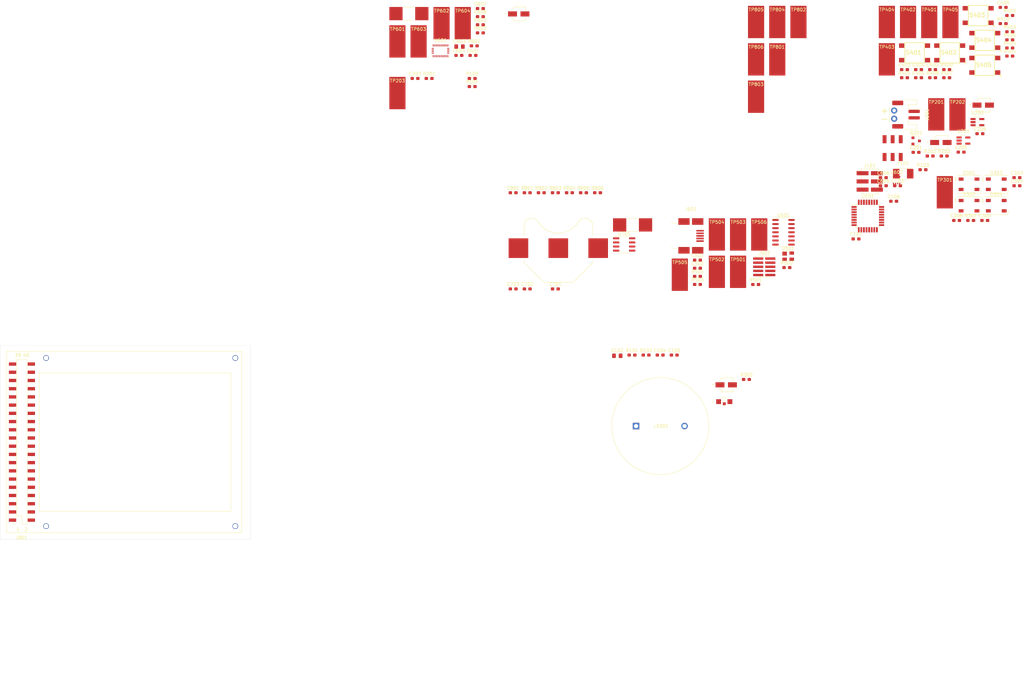
<source format=kicad_pcb>
(kicad_pcb (version 20171130) (host pcbnew "(5.1.5)-3")
  (layers (0 F.Cu signal) (31 B.Cu signal) (34 B.Paste user) (35 F.Paste user) (36 B.SilkS user) (37 F.SilkS user) (38 B.Mask user) (39 F.Mask user) (44 Edge.Cuts user))
  (net 0 "")
  (net 1 GND)
  (net 2 +3V3)
  (net 3 "/Page 1/XTAL1")
  (net 4 "/Page 1/XTAL2")
  (net 5 "Net-(D305-Pad1)")
  (net 6 "Net-(C201-Pad1)")
  (net 7 +5V)
  (net 8 "Net-(C502-Pad1)")
  (net 9 "Net-(D301-Pad2)")
  (net 10 "Net-(D301-Pad4)")
  (net 11 "Net-(D302-Pad2)")
  (net 12 "Net-(D303-Pad2)")
  (net 13 "Net-(R401-Pad2)")
  (net 14 "Net-(R405-Pad2)")
  (net 15 "Net-(R407-Pad2)")
  (net 16 "Net-(R409-Pad2)")
  (net 17 "/Page 5/SAMD11_TX")
  (net 18 "/Page 5/SAMD11_RX")
  (net 19 "Net-(B701-Pad1)")
  (net 20 "Net-(C205-Pad1)")
  (net 21 "Net-(C206-Pad1)")
  (net 22 "Net-(C301-Pad2)")
  (net 23 "/Page 1/BUZZER")
  (net 24 "/Page 1/SW1")
  (net 25 "/Page 1/SW2")
  (net 26 "/Page 1/SW3")
  (net 27 "/Page 1/SW4")
  (net 28 "/Page 1/SW5")
  (net 29 "Net-(C604-Pad1)")
  (net 30 "Net-(C607-Pad2)")
  (net 31 "Net-(C608-Pad2)")
  (net 32 "Net-(C702-Pad2)")
  (net 33 "Net-(C703-Pad2)")
  (net 34 "/Page 1/LED_IND")
  (net 35 VBUS)
  (net 36 "/Page 5/USB_DM")
  (net 37 "/Page 5/USB_DP")
  (net 38 "/Page 1/SPI_MISO")
  (net 39 "/Page 1/SPI_CLK")
  (net 40 "/Page 1/SPI_MOSI")
  (net 41 "/Page 1/MEGA_nRST")
  (net 42 "Net-(J201-Pad1)")
  (net 43 "/Page 5/SAMD11_SWDIO")
  (net 44 "/Page 5/SAMD11_SWCLK")
  (net 45 "/Page 5/SAMD11_nRST")
  (net 46 "/Page 1/LCD_nCS")
  (net 47 "/Page 8/LCD_SPI_CLK")
  (net 48 "/Page 1/LCD_DC")
  (net 49 "/Page 8/LCD_SPI_MOSI")
  (net 50 "/Page 8/LCD_SPI_MISO")
  (net 51 "/Page 8/LCD_FONT_nCS")
  (net 52 "Net-(Q201-Pad3)")
  (net 53 "/Page 1/RTC_INT")
  (net 54 "/Page 1/SDA")
  (net 55 "/Page 1/SCL")
  (net 56 "/Page 1/ADDR_LED")
  (net 57 "Net-(R402-Pad2)")
  (net 58 "/Page 1/SAMD11_TX_MEGA_RX")
  (net 59 "/Page 1/SAMD11_RX_MEGA_TX")
  (net 60 "Net-(R601-Pad2)")
  (net 61 "/Page 6/BNO055_nRST")
  (net 62 "/Page 1/LCD_FONT_nSELECT")
  (net 63 "/Page 1/IMU_INT")
  (module Name_Plate_Class_Project:Oscillator_MC-405_32.7680K-D__ROHS (layer F.Cu) (at 305.565001 30.285001)
    (fp_text reference Y701 (at -1.625 -3.075) (layer F.SilkS) (effects (font (thickness 0.015))))
    (fp_text value "32.7680 kHz")
    (pad 2 smd rect (at 4 0) (size 4.1 4.1) (layers F.Cu F.Paste F.Mask) (net 32 "Net-(C702-Pad2)"))
    (pad 1 smd rect (at -4 0) (size 4.1 4.1) (layers F.Cu F.Paste F.Mask) (net 33 "Net-(C703-Pad2)"))
  )
  (module Name_Plate_Class_Project:Oscillator_MC-405_32.7680K-D__ROHS (layer F.Cu) (at 236.4 -35.05)
    (fp_text reference Y601 (at -1.625 -3.075) (layer F.SilkS) (effects (font (thickness 0.015))))
    (fp_text value "32.7680 kHz")
    (pad 2 smd rect (at 4 0) (size 4.1 4.1) (layers F.Cu F.Paste F.Mask) (net 31 "Net-(C608-Pad2)"))
    (pad 1 smd rect (at -4 0) (size 4.1 4.1) (layers F.Cu F.Paste F.Mask) (net 30 "Net-(C607-Pad2)"))
  )
  (module Name_Plate_Class_Project:Oscillator_ABM3-16.000MHZ-B2-T (layer F.Cu) (at 389.245 14.44)
    (fp_text reference Y101 (at -0.02509 -3.175) (layer F.SilkS))
    (fp_text value "16.00 MHz")
    (pad 2 smd rect (at 2.15 0) (size 2 2.95) (layers F.Cu F.Paste F.Mask) (net 3 "/Page 1/XTAL1"))
    (pad 1 smd rect (at -2.15 0) (size 2 2.95) (layers F.Cu F.Paste F.Mask) (net 4 "/Page 1/XTAL2"))
  )
  (module Package_LGA:LGA-28_5.2x3.8mm_P0.5mm (layer F.Cu) (at 246.18 -23.55)
    (fp_text reference U601 (at 0 -3.25) (layer F.SilkS))
    (fp_text value BNO055)
    (pad 16 smd rect (at 2.3875 0.75 90) (size 0.254 0.675) (layers F.Cu F.Paste F.Mask) (net 1 GND))
    (pad 17 smd rect (at 2.3875 0.25 90) (size 0.254 0.675) (layers F.Cu F.Paste F.Mask) (net 1 GND))
    (pad 18 smd rect (at 2.3875 -0.25 90) (size 0.254 0.675) (layers F.Cu F.Paste F.Mask) (net 1 GND))
    (pad 15 smd rect (at 2.25 1.6625) (size 0.254 0.675) (layers F.Cu F.Paste F.Mask) (net 1 GND))
    (pad 14 smd rect (at 1.75 1.6625) (size 0.254 0.675) (layers F.Cu F.Paste F.Mask) (net 63 "/Page 1/IMU_INT"))
    (pad 13 smd rect (at 1.25 1.6625) (size 0.254 0.675) (layers F.Cu F.Paste F.Mask))
    (pad 12 smd rect (at 0.75 1.6625) (size 0.254 0.675) (layers F.Cu F.Paste F.Mask))
    (pad 11 smd rect (at 0.25 1.6625) (size 0.254 0.675) (layers F.Cu F.Paste F.Mask) (net 61 "/Page 6/BNO055_nRST"))
    (pad 10 smd rect (at -0.25 1.6625) (size 0.254 0.675) (layers F.Cu F.Paste F.Mask))
    (pad 9 smd rect (at -0.75 1.6625) (size 0.254 0.675) (layers F.Cu F.Paste F.Mask) (net 29 "Net-(C604-Pad1)"))
    (pad 8 smd rect (at -1.25 1.6625) (size 0.254 0.675) (layers F.Cu F.Paste F.Mask))
    (pad 7 smd rect (at -1.75 1.6625) (size 0.254 0.675) (layers F.Cu F.Paste F.Mask))
    (pad 20 smd rect (at 2.25 -1.6625) (size 0.254 0.675) (layers F.Cu F.Paste F.Mask) (net 54 "/Page 1/SDA"))
    (pad 21 smd rect (at 1.75 -1.6625) (size 0.254 0.675) (layers F.Cu F.Paste F.Mask))
    (pad 22 smd rect (at 1.25 -1.6625) (size 0.254 0.675) (layers F.Cu F.Paste F.Mask))
    (pad 23 smd rect (at 0.75 -1.6625) (size 0.254 0.675) (layers F.Cu F.Paste F.Mask))
    (pad 24 smd rect (at 0.25 -1.6625) (size 0.254 0.675) (layers F.Cu F.Paste F.Mask))
    (pad 25 smd rect (at -0.25 -1.6625) (size 0.254 0.675) (layers F.Cu F.Paste F.Mask) (net 1 GND))
    (pad 26 smd rect (at -0.75 -1.6625) (size 0.254 0.675) (layers F.Cu F.Paste F.Mask) (net 30 "Net-(C607-Pad2)"))
    (pad 27 smd rect (at -1.25 -1.6625) (size 0.254 0.675) (layers F.Cu F.Paste F.Mask) (net 31 "Net-(C608-Pad2)"))
    (pad 28 smd rect (at -1.75 -1.6625) (size 0.254 0.675) (layers F.Cu F.Paste F.Mask) (net 2 +3V3))
    (pad 5 smd rect (at -2.3875 0.75 90) (size 0.254 0.675) (layers F.Cu F.Paste F.Mask) (net 1 GND))
    (pad 4 smd rect (at -2.3875 0.25 90) (size 0.254 0.675) (layers F.Cu F.Paste F.Mask) (net 60 "Net-(R601-Pad2)"))
    (pad 3 smd rect (at -2.3875 -0.25 90) (size 0.254 0.675) (layers F.Cu F.Paste F.Mask) (net 2 +3V3))
    (pad 1 smd rect (at -2.25 -1.6625) (size 0.254 0.675) (layers F.Cu F.Paste F.Mask))
    (pad 2 smd rect (at -2.3875 -0.75 90) (size 0.254 0.675) (layers F.Cu F.Paste F.Mask) (net 1 GND))
    (pad 6 smd rect (at -2.25 1.6625) (size 0.254 0.675) (layers F.Cu F.Paste F.Mask) (net 1 GND))
    (pad 19 smd rect (at 2.3875 -0.75 90) (size 0.254 0.675) (layers F.Cu F.Paste F.Mask) (net 55 "/Page 1/SCL"))
  )
  (module Connector_Wire:SolderWirePad_1x01_SMD_5x10mm (layer F.Cu) (at 253.05 -32.1)
    (fp_text reference TP604 (at 0 -3.81) (layer F.SilkS))
    (fp_text value "Test Point")
    (pad 1 smd rect (at 0 0) (size 5 10) (layers F.Cu F.Paste F.Mask) (net 55 "/Page 1/SCL"))
  )
  (module Connector_Wire:SolderWirePad_1x01_SMD_5x10mm (layer F.Cu) (at 239.4 -26.45)
    (fp_text reference TP603 (at 0 -3.81) (layer F.SilkS))
    (fp_text value "Test Point")
    (pad 1 smd rect (at 0 0) (size 5 10) (layers F.Cu F.Paste F.Mask) (net 54 "/Page 1/SDA"))
  )
  (module Connector_Wire:SolderWirePad_1x01_SMD_5x10mm (layer F.Cu) (at 246.5 -32.1)
    (fp_text reference TP602 (at 0 -3.81) (layer F.SilkS))
    (fp_text value "Test Point")
    (pad 1 smd rect (at 0 0) (size 5 10) (layers F.Cu F.Paste F.Mask) (net 63 "/Page 1/IMU_INT"))
  )
  (module Connector_Wire:SolderWirePad_1x01_SMD_5x10mm (layer F.Cu) (at 232.85 -26.45)
    (fp_text reference TP601 (at 0 -3.81) (layer F.SilkS))
    (fp_text value "Test Point")
    (pad 1 smd rect (at 0 0) (size 5 10) (layers F.Cu F.Paste F.Mask) (net 61 "/Page 6/BNO055_nRST"))
  )
  (module Connector_Wire:SolderWirePad_1x01_SMD_5x10mm (layer F.Cu) (at 232.85 -10.48)
    (fp_text reference TP203 (at 0 -3.81) (layer F.SilkS))
    (fp_text value "Test Point")
    (pad 1 smd rect (at 0 0) (size 5 10) (layers F.Cu F.Paste F.Mask))
  )
  (module "Name_Plate_Class_Project:Button B3FS-1000P" (layer F.Cu) (at 414.46 -19.072999)
    (fp_text reference S405 (at -0.318 -0.105) (layer F.SilkS) (effects (font (size 1.27 1.27) (thickness 0.254))))
    (fp_text value "Button B3FS" hide)
    (pad 4 smd rect (at -4 -2.25 90) (size 1.4 1.6) (layers F.Cu F.Paste F.Mask) (net 1 GND))
    (pad 3 smd rect (at 4 -2.25 90) (size 1.4 1.6) (layers F.Cu F.Paste F.Mask) (net 16 "Net-(R409-Pad2)"))
    (pad 2 smd rect (at -4 2.25 90) (size 1.4 1.6) (layers F.Cu F.Paste F.Mask) (net 1 GND))
    (pad 1 smd rect (at 4 2.25 90) (size 1.4 1.6) (layers F.Cu F.Paste F.Mask) (net 16 "Net-(R409-Pad2)"))
  )
  (module "Name_Plate_Class_Project:Button B3FS-1000P" (layer F.Cu) (at 414.46 -26.762999)
    (fp_text reference S404 (at -0.318 -0.105) (layer F.SilkS) (effects (font (size 1.27 1.27) (thickness 0.254))))
    (fp_text value "Button B3FS" hide)
    (pad 4 smd rect (at -4 -2.25 90) (size 1.4 1.6) (layers F.Cu F.Paste F.Mask) (net 1 GND))
    (pad 3 smd rect (at 4 -2.25 90) (size 1.4 1.6) (layers F.Cu F.Paste F.Mask) (net 15 "Net-(R407-Pad2)"))
    (pad 2 smd rect (at -4 2.25 90) (size 1.4 1.6) (layers F.Cu F.Paste F.Mask) (net 1 GND))
    (pad 1 smd rect (at 4 2.25 90) (size 1.4 1.6) (layers F.Cu F.Paste F.Mask) (net 15 "Net-(R407-Pad2)"))
  )
  (module "Name_Plate_Class_Project:Button B3FS-1000P" (layer F.Cu) (at 412.41 -34.452999)
    (fp_text reference S403 (at -0.318 -0.105) (layer F.SilkS) (effects (font (size 1.27 1.27) (thickness 0.254))))
    (fp_text value "Button B3FS" hide)
    (pad 4 smd rect (at -4 -2.25 90) (size 1.4 1.6) (layers F.Cu F.Paste F.Mask) (net 1 GND))
    (pad 3 smd rect (at 4 -2.25 90) (size 1.4 1.6) (layers F.Cu F.Paste F.Mask) (net 14 "Net-(R405-Pad2)"))
    (pad 2 smd rect (at -4 2.25 90) (size 1.4 1.6) (layers F.Cu F.Paste F.Mask) (net 1 GND))
    (pad 1 smd rect (at 4 2.25 90) (size 1.4 1.6) (layers F.Cu F.Paste F.Mask) (net 14 "Net-(R405-Pad2)"))
  )
  (module "Name_Plate_Class_Project:Button B3FS-1000P" (layer F.Cu) (at 403.61 -22.902999)
    (fp_text reference S402 (at -0.318 -0.105) (layer F.SilkS) (effects (font (size 1.27 1.27) (thickness 0.254))))
    (fp_text value "Button B3FS" hide)
    (pad 4 smd rect (at -4 -2.25 90) (size 1.4 1.6) (layers F.Cu F.Paste F.Mask) (net 1 GND))
    (pad 3 smd rect (at 4 -2.25 90) (size 1.4 1.6) (layers F.Cu F.Paste F.Mask) (net 57 "Net-(R402-Pad2)"))
    (pad 2 smd rect (at -4 2.25 90) (size 1.4 1.6) (layers F.Cu F.Paste F.Mask) (net 1 GND))
    (pad 1 smd rect (at 4 2.25 90) (size 1.4 1.6) (layers F.Cu F.Paste F.Mask) (net 57 "Net-(R402-Pad2)"))
  )
  (module "Name_Plate_Class_Project:Button B3FS-1000P" (layer F.Cu) (at 392.76 -22.902999)
    (fp_text reference S401 (at -0.318 -0.105) (layer F.SilkS) (effects (font (size 1.27 1.27) (thickness 0.254))))
    (fp_text value "Button B3FS" hide)
    (pad 4 smd rect (at -4 -2.25 90) (size 1.4 1.6) (layers F.Cu F.Paste F.Mask) (net 1 GND))
    (pad 3 smd rect (at 4 -2.25 90) (size 1.4 1.6) (layers F.Cu F.Paste F.Mask) (net 13 "Net-(R401-Pad2)"))
    (pad 2 smd rect (at -4 2.25 90) (size 1.4 1.6) (layers F.Cu F.Paste F.Mask) (net 1 GND))
    (pad 1 smd rect (at 4 2.25 90) (size 1.4 1.6) (layers F.Cu F.Paste F.Mask) (net 13 "Net-(R401-Pad2)"))
  )
  (module Name_Plate_Class_Project:Switch_JS202011SCQN (layer F.Cu) (at 385.973501 6.54)
    (fp_text reference S201 (at -1.462565 -5.517615) (layer F.SilkS) (effects (font (size 0.801394 0.801394) (thickness 0.015))))
    (fp_text value "Battery Switch")
    (pad 6 smd rect (at 2.5 -2.75) (size 1.2 2.5) (layers F.Cu F.Paste F.Mask) (net 6 "Net-(C201-Pad1)"))
    (pad 5 smd rect (at 0 -2.75) (size 1.2 2.5) (layers F.Cu F.Paste F.Mask) (net 42 "Net-(J201-Pad1)"))
    (pad 4 smd rect (at -2.5 -2.75) (size 1.2 2.5) (layers F.Cu F.Paste F.Mask))
    (pad 3 smd rect (at 2.5 2.75) (size 1.2 2.5) (layers F.Cu F.Paste F.Mask) (net 6 "Net-(C201-Pad1)"))
    (pad 2 smd rect (at 0 2.75) (size 1.2 2.5) (layers F.Cu F.Paste F.Mask) (net 42 "Net-(J201-Pad1)"))
    (pad 1 smd rect (at -2.5 2.75) (size 1.2 2.5) (layers F.Cu F.Paste F.Mask))
  )
  (module Resistor_SMD:R_0603_1608Metric_Pad1.05x0.95mm_HandSolder (layer F.Cu) (at 258.5 -29.09)
    (fp_text reference R602 (at 0 -1.43) (layer F.SilkS))
    (fp_text value 10k)
    (pad 2 smd roundrect (at 0.875 0) (size 1.05 0.95) (layers F.Cu F.Paste F.Mask) (net 61 "/Page 6/BNO055_nRST"))
    (pad 1 smd roundrect (at -0.875 0) (size 1.05 0.95) (layers F.Cu F.Paste F.Mask) (net 2 +3V3))
  )
  (module Resistor_SMD:R_0603_1608Metric_Pad1.05x0.95mm_HandSolder (layer F.Cu) (at 256.61 -25.07)
    (fp_text reference R601 (at 0 -1.43) (layer F.SilkS))
    (fp_text value 10k)
    (pad 2 smd roundrect (at 0.875 0) (size 1.05 0.95) (layers F.Cu F.Paste F.Mask) (net 60 "Net-(R601-Pad2)"))
    (pad 1 smd roundrect (at -0.875 0) (size 1.05 0.95) (layers F.Cu F.Paste F.Mask) (net 2 +3V3))
  )
  (module Resistor_SMD:R_0603_1608Metric_Pad1.05x0.95mm_HandSolder (layer F.Cu) (at 242.65 -15)
    (fp_text reference R201 (at 0 -1.43) (layer F.SilkS))
    (fp_text value Jumper)
    (pad 2 smd roundrect (at 0.875 0) (size 1.05 0.95) (layers F.Cu F.Paste F.Mask) (net 35 VBUS))
    (pad 1 smd roundrect (at -0.875 0) (size 1.05 0.95) (layers F.Cu F.Paste F.Mask) (net 7 +5V))
  )
  (module Resistor_SMD:R_0603_1608Metric_Pad1.05x0.95mm_HandSolder (layer F.Cu) (at 255.97 -15)
    (fp_text reference R105 (at 0 -1.43) (layer F.SilkS))
    (fp_text value 10k)
    (pad 2 smd roundrect (at 0.875 0) (size 1.05 0.95) (layers F.Cu F.Paste F.Mask) (net 39 "/Page 1/SPI_CLK"))
    (pad 1 smd roundrect (at -0.875 0) (size 1.05 0.95) (layers F.Cu F.Paste F.Mask) (net 2 +3V3))
  )
  (module Resistor_SMD:R_0603_1608Metric_Pad1.05x0.95mm_HandSolder (layer F.Cu) (at 255.97 -12.49)
    (fp_text reference R104 (at 0 -1.43) (layer F.SilkS))
    (fp_text value 10k)
    (pad 2 smd roundrect (at 0.875 0) (size 1.05 0.95) (layers F.Cu F.Paste F.Mask) (net 41 "/Page 1/MEGA_nRST"))
    (pad 1 smd roundrect (at -0.875 0) (size 1.05 0.95) (layers F.Cu F.Paste F.Mask) (net 2 +3V3))
  )
  (module Name_Plate_Class_Project:Buzzer_TDK_PS1240P02BT_D12.2mm_H6.5mm (layer F.Cu) (at 314.135 92.48)
    (fp_text reference LS301 (at 0.254 0) (layer F.SilkS))
    (fp_text value "Piezo Buzzer")
    (pad 1 thru_hole rect (at -7.5 0) (size 2 2) (drill 1.26) (layers *.Cu *.Mask) (net 22 "Net-(C301-Pad2)"))
    (pad 2 thru_hole circle (at 7.5 0) (size 2 2) (drill 1.26) (layers *.Cu *.Mask) (net 1 GND))
  )
  (module Name_Plate_Class_Project:LCD_ER-TFTM024-3_SMD (layer F.Cu) (at 112.03 125.44)
    (fp_text reference J801 (at 4.572 1.524) (layer F.SilkS))
    (fp_text value DNP)
    (fp_text user 40 (at 5.9944 -54.864) (layer F.SilkS))
    (fp_text user 39 (at 3.5052 -54.864) (layer F.SilkS))
    (fp_text user 2 (at 5.9944 -1.016) (layer F.SilkS))
    (fp_text user 1 (at 3.5052 -1.016) (layer F.SilkS))
    (pad "" np_thru_hole circle (at 70.7 -2) (size 1.75 1.75) (drill 1.41) (layers *.Cu *.Mask))
    (pad "" np_thru_hole circle (at 12.2 -2) (size 1.75 1.75) (drill 1.41) (layers *.Cu *.Mask))
    (pad "" np_thru_hole circle (at 70.7 -54) (size 1.75 1.75) (drill 1.41) (layers *.Cu *.Mask))
    (pad "" np_thru_hole circle (at 12.2 -54) (size 1.75 1.75) (drill 1.41) (layers *.Cu *.Mask))
    (pad 1 smd rect (at 1.82 -3.87 180) (size 2.25 1.02) (layers F.Cu F.Paste F.Mask) (net 1 GND))
    (pad 2 smd rect (at 7.64 -3.87 180) (size 2.25 1.02) (layers F.Cu F.Paste F.Mask) (net 2 +3V3))
    (pad 3 smd rect (at 1.82 -6.41 180) (size 2.25 1.02) (layers F.Cu F.Paste F.Mask))
    (pad 4 smd rect (at 7.64 -6.41 180) (size 2.25 1.02) (layers F.Cu F.Paste F.Mask))
    (pad 5 smd rect (at 1.82 -8.95 180) (size 2.25 1.02) (layers F.Cu F.Paste F.Mask))
    (pad 6 smd rect (at 7.64 -8.95 180) (size 2.25 1.02) (layers F.Cu F.Paste F.Mask))
    (pad 7 smd rect (at 1.82 -11.49 180) (size 2.25 1.02) (layers F.Cu F.Paste F.Mask))
    (pad 8 smd rect (at 7.64 -11.49 180) (size 2.25 1.02) (layers F.Cu F.Paste F.Mask))
    (pad 9 smd rect (at 1.82 -14.03 180) (size 2.25 1.02) (layers F.Cu F.Paste F.Mask))
    (pad 10 smd rect (at 7.64 -14.03 180) (size 2.25 1.02) (layers F.Cu F.Paste F.Mask))
    (pad 11 smd rect (at 1.82 -16.57 180) (size 2.25 1.02) (layers F.Cu F.Paste F.Mask))
    (pad 12 smd rect (at 7.64 -16.57 180) (size 2.25 1.02) (layers F.Cu F.Paste F.Mask))
    (pad 13 smd rect (at 1.82 -19.11 180) (size 2.25 1.02) (layers F.Cu F.Paste F.Mask))
    (pad 14 smd rect (at 7.64 -19.11 180) (size 2.25 1.02) (layers F.Cu F.Paste F.Mask))
    (pad 15 smd rect (at 1.82 -21.65 180) (size 2.25 1.02) (layers F.Cu F.Paste F.Mask))
    (pad 16 smd rect (at 7.64 -21.65 180) (size 2.25 1.02) (layers F.Cu F.Paste F.Mask))
    (pad 17 smd rect (at 1.82 -24.19 180) (size 2.25 1.02) (layers F.Cu F.Paste F.Mask))
    (pad 18 smd rect (at 7.64 -24.19 180) (size 2.25 1.02) (layers F.Cu F.Paste F.Mask))
    (pad 19 smd rect (at 1.82 -26.73 180) (size 2.25 1.02) (layers F.Cu F.Paste F.Mask))
    (pad 20 smd rect (at 7.64 -26.73 180) (size 2.25 1.02) (layers F.Cu F.Paste F.Mask))
    (pad 21 smd rect (at 1.82 -29.27 180) (size 2.25 1.02) (layers F.Cu F.Paste F.Mask))
    (pad 22 smd rect (at 7.64 -29.27 180) (size 2.25 1.02) (layers F.Cu F.Paste F.Mask))
    (pad 23 smd rect (at 1.82 -31.81 180) (size 2.25 1.02) (layers F.Cu F.Paste F.Mask) (net 46 "/Page 1/LCD_nCS"))
    (pad 24 smd rect (at 7.64 -31.81 180) (size 2.25 1.02) (layers F.Cu F.Paste F.Mask) (net 47 "/Page 8/LCD_SPI_CLK"))
    (pad 25 smd rect (at 1.82 -34.35 180) (size 2.25 1.02) (layers F.Cu F.Paste F.Mask) (net 48 "/Page 1/LCD_DC"))
    (pad 26 smd rect (at 7.64 -34.35 180) (size 2.25 1.02) (layers F.Cu F.Paste F.Mask))
    (pad 27 smd rect (at 1.82 -36.89 180) (size 2.25 1.02) (layers F.Cu F.Paste F.Mask) (net 49 "/Page 8/LCD_SPI_MOSI"))
    (pad 28 smd rect (at 7.64 -36.89 180) (size 2.25 1.02) (layers F.Cu F.Paste F.Mask) (net 50 "/Page 8/LCD_SPI_MISO"))
    (pad 29 smd rect (at 1.82 -39.43 180) (size 2.25 1.02) (layers F.Cu F.Paste F.Mask) (net 2 +3V3))
    (pad 30 smd rect (at 7.64 -39.43 180) (size 2.25 1.02) (layers F.Cu F.Paste F.Mask))
    (pad 31 smd rect (at 1.82 -41.97 180) (size 2.25 1.02) (layers F.Cu F.Paste F.Mask))
    (pad 32 smd rect (at 7.64 -41.97 180) (size 2.25 1.02) (layers F.Cu F.Paste F.Mask) (net 50 "/Page 8/LCD_SPI_MISO"))
    (pad 33 smd rect (at 1.82 -44.51 180) (size 2.25 1.02) (layers F.Cu F.Paste F.Mask) (net 47 "/Page 8/LCD_SPI_CLK"))
    (pad 34 smd rect (at 7.64 -44.51 180) (size 2.25 1.02) (layers F.Cu F.Paste F.Mask) (net 49 "/Page 8/LCD_SPI_MOSI"))
    (pad 35 smd rect (at 1.82 -47.05 180) (size 2.25 1.02) (layers F.Cu F.Paste F.Mask))
    (pad 36 smd rect (at 7.64 -47.05 180) (size 2.25 1.02) (layers F.Cu F.Paste F.Mask) (net 51 "/Page 8/LCD_FONT_nCS"))
    (pad 37 smd rect (at 1.82 -49.59 180) (size 2.25 1.02) (layers F.Cu F.Paste F.Mask))
    (pad 38 smd rect (at 7.64 -49.59 180) (size 2.25 1.02) (layers F.Cu F.Paste F.Mask))
    (pad 39 smd rect (at 1.82 -52.13 180) (size 2.25 1.02) (layers F.Cu F.Paste F.Mask))
    (pad 40 smd rect (at 7.64 -52.13 180) (size 2.25 1.02) (layers F.Cu F.Paste F.Mask) (net 1 GND))
  )
  (module Name_Plate_Class_Project:Molex_PinHeader_2x05 (layer F.Cu) (at 346.275001 43.235001)
    (fp_text reference J502 (at 0 -4.235) (layer F.SilkS))
    (fp_text value "SAMD11 Header")
    (pad 1 smd rect (at -1.8675 -2.54) (size 3.125 0.74) (layers F.Cu F.Paste F.Mask) (net 2 +3V3))
    (pad 2 smd rect (at 1.8675 -2.54) (size 3.125 0.74) (layers F.Cu F.Paste F.Mask) (net 43 "/Page 5/SAMD11_SWDIO"))
    (pad 3 smd rect (at -1.8675 -1.27) (size 3.125 0.74) (layers F.Cu F.Paste F.Mask) (net 1 GND))
    (pad 4 smd rect (at 1.8675 -1.27) (size 3.125 0.74) (layers F.Cu F.Paste F.Mask) (net 44 "/Page 5/SAMD11_SWCLK"))
    (pad 5 smd rect (at -1.8675 0) (size 3.125 0.74) (layers F.Cu F.Paste F.Mask) (net 1 GND))
    (pad 6 smd rect (at 1.8675 0) (size 3.125 0.74) (layers F.Cu F.Paste F.Mask))
    (pad 7 smd rect (at -1.8675 1.27) (size 3.125 0.74) (layers F.Cu F.Paste F.Mask))
    (pad 8 smd rect (at 1.8675 1.27) (size 3.125 0.74) (layers F.Cu F.Paste F.Mask))
    (pad 9 smd rect (at -1.8675 2.54) (size 3.125 0.74) (layers F.Cu F.Paste F.Mask))
    (pad 10 smd rect (at 1.8675 2.54) (size 3.125 0.74) (layers F.Cu F.Paste F.Mask) (net 45 "/Page 5/SAMD11_nRST"))
  )
  (module Name_Plate_Class_Project:Molex_USB_Mini_B_548190572 (layer F.Cu) (at 323.575001 33.685001)
    (fp_text reference J501 (at 0 -8.3) (layer F.SilkS))
    (fp_text value USB_B_Mini)
    (pad 5 smd rect (at 2.85 1.6) (size 2.3 0.5) (layers F.Cu F.Paste F.Mask) (net 1 GND))
    (pad 4 smd rect (at 2.85 0.8) (size 2.3 0.5) (layers F.Cu F.Paste F.Mask))
    (pad 3 smd rect (at 2.85 0) (size 2.3 0.5) (layers F.Cu F.Paste F.Mask) (net 37 "/Page 5/USB_DP"))
    (pad 2 smd rect (at 2.85 -0.8) (size 2.3 0.5) (layers F.Cu F.Paste F.Mask) (net 36 "/Page 5/USB_DM"))
    (pad 1 smd rect (at 2.85 -1.6) (size 2.3 0.5) (layers F.Cu F.Paste F.Mask) (net 35 VBUS))
    (pad SH smd rect (at 2.125 4.45) (size 3.5 2.05) (layers F.Cu F.Paste F.Mask))
    (pad SH smd rect (at 2.125 -4.45) (size 3.5 2.05) (layers F.Cu F.Paste F.Mask))
    (pad SH smd rect (at -2.125 -4.45) (size 3.5 2.05) (layers F.Cu F.Paste F.Mask))
    (pad SH smd rect (at -2.125 4.45) (size 3.5 2.05) (layers F.Cu F.Paste F.Mask))
  )
  (module Name_Plate_Class_Project:JST_PH_w_SolderPoints (layer F.Cu) (at 389.563001 -3.810999)
    (fp_text reference J201 (at 7.112 0 270) (layer F.SilkS))
    (fp_text value "Battery Connector")
    (fp_text user - (at -6.096 1.27) (layer F.SilkS) (effects (font (size 2 2) (thickness 0.25))))
    (fp_text user + (at -6.096 -1.27) (layer F.SilkS) (effects (font (size 2 2) (thickness 0.25))))
    (pad 1 thru_hole circle (at -3.111 -1.27 270) (size 1.905 1.905) (drill 1.016) (layers *.Cu *.Mask) (net 42 "Net-(J201-Pad1)"))
    (pad 2 thru_hole circle (at -3.111 1.27 270) (size 1.905 1.905) (drill 1.016) (layers *.Cu *.Mask) (net 1 GND))
    (pad MP smd roundrect (at -2.02 3.62 270) (size 1.4 3.4) (layers F.Cu F.Paste F.Mask) (roundrect_rratio 0.167))
    (pad MP smd roundrect (at -2.02 -3.62 270) (size 1.4 3.4) (layers F.Cu F.Paste F.Mask) (roundrect_rratio 0.167))
    (pad 2 smd roundrect (at 3.06 1 270) (size 1 3.5) (layers F.Cu F.Paste F.Mask) (net 1 GND))
    (pad 1 smd roundrect (at 3.06 -1 270) (size 1 3.5) (layers F.Cu F.Paste F.Mask) (net 42 "Net-(J201-Pad1)"))
  )
  (module Name_Plate_Class_Project:Molex_PinHeader_2x03 (layer F.Cu) (at 378.895 16.84)
    (fp_text reference J101 (at 0 -4.87) (layer F.SilkS))
    (fp_text value "Conn Header SMD")
    (pad 1 smd rect (at -2.22 -2.54) (size 3.68 1.27) (layers F.Cu F.Paste F.Mask) (net 38 "/Page 1/SPI_MISO"))
    (pad 2 smd rect (at 2.22 -2.54) (size 3.68 1.27) (layers F.Cu F.Paste F.Mask) (net 2 +3V3))
    (pad 3 smd rect (at -2.22 0) (size 3.68 1.27) (layers F.Cu F.Paste F.Mask) (net 39 "/Page 1/SPI_CLK"))
    (pad 4 smd rect (at 2.22 0) (size 3.68 1.27) (layers F.Cu F.Paste F.Mask) (net 40 "/Page 1/SPI_MOSI"))
    (pad 5 smd rect (at -2.22 2.54) (size 3.68 1.27) (layers F.Cu F.Paste F.Mask) (net 41 "/Page 1/MEGA_nRST"))
    (pad 6 smd rect (at 2.22 2.54) (size 3.68 1.27) (layers F.Cu F.Paste F.Mask) (net 1 GND))
  )
  (module Name_Plate_Class_Project:LED_G-GX (layer F.Cu) (at 333.91 84.93)
    (fp_text reference D305 (at 0.635 -3.175) (layer F.SilkS) (effects (font (thickness 0.015))))
    (fp_text value "BLUE LED")
    (pad 3 smd rect (at 0 0.65) (size 0.9 0.9) (layers F.Cu F.Paste F.Mask))
    (pad 2 smd rect (at 1.75 0) (size 1.5 1.5) (layers F.Cu F.Paste F.Mask) (net 34 "/Page 1/LED_IND"))
    (pad 1 smd rect (at -1.75 0) (size 1.5 1.5) (layers F.Cu F.Paste F.Mask) (net 5 "Net-(D305-Pad1)"))
  )
  (module Capacitor_SMD:C_0603_1608Metric_Pad1.05x0.95mm_HandSolder (layer F.Cu) (at 258.5 -34.11)
    (fp_text reference C608 (at 0 -1.43) (layer F.SilkS))
    (fp_text value 10pF)
    (pad 2 smd roundrect (at 0.875 0) (size 1.05 0.95) (layers F.Cu F.Paste F.Mask) (net 31 "Net-(C608-Pad2)"))
    (pad 1 smd roundrect (at -0.875 0) (size 1.05 0.95) (layers F.Cu F.Paste F.Mask) (net 1 GND))
  )
  (module Capacitor_SMD:C_0603_1608Metric_Pad1.05x0.95mm_HandSolder (layer F.Cu) (at 258.5 -36.62)
    (fp_text reference C607 (at 0 -1.43) (layer F.SilkS))
    (fp_text value 10pF)
    (pad 2 smd roundrect (at 0.875 0) (size 1.05 0.95) (layers F.Cu F.Paste F.Mask) (net 30 "Net-(C607-Pad2)"))
    (pad 1 smd roundrect (at -0.875 0) (size 1.05 0.95) (layers F.Cu F.Paste F.Mask) (net 1 GND))
  )
  (module Capacitor_SMD:C_0603_1608Metric_Pad1.05x0.95mm_HandSolder (layer F.Cu) (at 251.86 -22.12)
    (fp_text reference C604 (at 0 -1.43) (layer F.SilkS))
    (fp_text value 0.1uF)
    (pad 2 smd roundrect (at 0.875 0) (size 1.05 0.95) (layers F.Cu F.Paste F.Mask) (net 1 GND))
    (pad 1 smd roundrect (at -0.875 0) (size 1.05 0.95) (layers F.Cu F.Paste F.Mask) (net 29 "Net-(C604-Pad1)"))
  )
  (module Capacitor_SMD:C_0805_2012Metric_HandSolder (layer F.Cu) (at 252.06 -24.85)
    (fp_text reference C603 (at 0 -1.65) (layer F.SilkS))
    (fp_text value 0.12uF)
    (pad 2 smd roundrect (at 1.025 0) (size 1.15 1.4) (layers F.Cu F.Paste F.Mask) (roundrect_rratio 0.217391) (net 1 GND))
    (pad 1 smd roundrect (at -1.025 0) (size 1.15 1.4) (layers F.Cu F.Paste F.Mask) (roundrect_rratio 0.217391) (net 2 +3V3))
  )
  (module Capacitor_SMD:C_0603_1608Metric_Pad1.05x0.95mm_HandSolder (layer F.Cu) (at 258.5 -31.6)
    (fp_text reference C602 (at 0 -1.43) (layer F.SilkS))
    (fp_text value 6.8nF)
    (pad 2 smd roundrect (at 0.875 0) (size 1.05 0.95) (layers F.Cu F.Paste F.Mask) (net 1 GND))
    (pad 1 smd roundrect (at -0.875 0) (size 1.05 0.95) (layers F.Cu F.Paste F.Mask) (net 2 +3V3))
  )
  (module Capacitor_SMD:C_0603_1608Metric_Pad1.05x0.95mm_HandSolder (layer F.Cu) (at 256.21 -22.12)
    (fp_text reference C601 (at 0 -1.43) (layer F.SilkS))
    (fp_text value 0.1uF)
    (pad 2 smd roundrect (at 0.875 0) (size 1.05 0.95) (layers F.Cu F.Paste F.Mask) (net 1 GND))
    (pad 1 smd roundrect (at -0.875 0) (size 1.05 0.95) (layers F.Cu F.Paste F.Mask) (net 2 +3V3))
  )
  (module Name_Plate_Class_Project:CAP_430X430N (layer F.Cu) (at 270.365 -34.95)
    (fp_text reference C302 (at -0.635 -3.175) (layer F.SilkS) (effects (font (thickness 0.015))))
    (fp_text value 10uF)
    (pad 2 smd rect (at 1.925 0) (size 2.76 1.58) (layers F.Cu F.Paste F.Mask) (net 1 GND))
    (pad 1 smd rect (at -1.925 0) (size 2.76 1.58) (layers F.Cu F.Paste F.Mask) (net 7 +5V))
  )
  (module Name_Plate_Class_Project:CAP_430X430N (layer F.Cu) (at 334.51 79.73)
    (fp_text reference C301 (at -0.635 -3.175) (layer F.SilkS) (effects (font (thickness 0.015))))
    (fp_text value 10uF)
    (pad 2 smd rect (at 1.925 0) (size 2.76 1.58) (layers F.Cu F.Paste F.Mask) (net 22 "Net-(C301-Pad2)"))
    (pad 1 smd rect (at -1.925 0) (size 2.76 1.58) (layers F.Cu F.Paste F.Mask) (net 23 "/Page 1/BUZZER"))
  )
  (module Name_Plate_Class_Project:CAP_430X430N (layer F.Cu) (at 413.980001 -6.744999)
    (fp_text reference C204 (at -0.635 -3.175) (layer F.SilkS) (effects (font (thickness 0.015))))
    (fp_text value 10uF)
    (pad 2 smd rect (at 1.925 0) (size 2.76 1.58) (layers F.Cu F.Paste F.Mask) (net 1 GND))
    (pad 1 smd rect (at -1.925 0) (size 2.76 1.58) (layers F.Cu F.Paste F.Mask) (net 2 +3V3))
  )
  (module Capacitor_SMD:C_0603_1608Metric_Pad1.05x0.95mm_HandSolder (layer F.Cu) (at 238.3 -15)
    (fp_text reference C203 (at 0 -1.43) (layer F.SilkS))
    (fp_text value 0.1uF)
    (pad 2 smd roundrect (at 0.875 0) (size 1.05 0.95) (layers F.Cu F.Paste F.Mask) (net 1 GND))
    (pad 1 smd roundrect (at -0.875 0) (size 1.05 0.95) (layers F.Cu F.Paste F.Mask) (net 7 +5V))
  )
  (module Name_Plate_Class_Project:CAP_430X430N (layer F.Cu) (at 400.880001 4.805001)
    (fp_text reference C202 (at -0.635 -3.175) (layer F.SilkS) (effects (font (thickness 0.015))))
    (fp_text value 10uF)
    (pad 2 smd rect (at 1.925 0) (size 2.76 1.58) (layers F.Cu F.Paste F.Mask) (net 1 GND))
    (pad 1 smd rect (at -1.925 0) (size 2.76 1.58) (layers F.Cu F.Paste F.Mask) (net 7 +5V))
  )
  (module Name_Plate_Class_Project:BAT_BK-883 (layer F.Cu) (at 282.600001 37.475001)
    (fp_text reference B701 (at -7.69 -10.605) (layer F.SilkS) (effects (font (thickness 0.015))))
    (fp_text value BK-883)
    (pad 1 smd rect (at -12.33 0) (size 6.07 6.07) (layers F.Cu F.Paste F.Mask) (net 19 "Net-(B701-Pad1)"))
    (pad 1 smd rect (at 12.33 0) (size 6.07 6.07) (layers F.Cu F.Paste F.Mask) (net 19 "Net-(B701-Pad1)"))
    (pad 2 smd rect (at 0 0) (size 6.07 6.07) (layers F.Cu F.Mask) (net 1 GND))
  )
  (module Package_LGA:Bosch_LGA-8_2.5x2.5mm_P0.65mm_ClockwisePinNumbering (layer F.Cu) (at 387.195001 16.475001)
    (fp_text reference U602 (at 0.015 -2.465) (layer F.SilkS))
    (fp_text value BME280)
    (pad 5 smd rect (at 0.975 1.025 90) (size 0.5 0.35) (layers F.Cu F.Paste F.Mask) (net 1 GND))
    (pad 6 smd rect (at 0.325 1.025 90) (size 0.5 0.35) (layers F.Cu F.Paste F.Mask) (net 2 +3V3))
    (pad 7 smd rect (at -0.325 1.025 90) (size 0.5 0.35) (layers F.Cu F.Paste F.Mask) (net 1 GND))
    (pad 8 smd rect (at -0.975 1.025 90) (size 0.5 0.35) (layers F.Cu F.Paste F.Mask) (net 2 +3V3))
    (pad 1 smd rect (at -0.975 -1.025 90) (size 0.5 0.35) (layers F.Cu F.Paste F.Mask) (net 1 GND))
    (pad 2 smd rect (at -0.325 -1.025 90) (size 0.5 0.35) (layers F.Cu F.Paste F.Mask) (net 2 +3V3))
    (pad 3 smd rect (at 0.325 -1.025 90) (size 0.5 0.35) (layers F.Cu F.Paste F.Mask) (net 55 "/Page 1/SCL"))
    (pad 4 smd rect (at 0.975 -1.025 90) (size 0.5 0.35) (layers F.Cu F.Paste F.Mask) (net 54 "/Page 1/SDA"))
  )
  (module Package_SO:SOIC-14_3.9x8.7mm_P1.27mm (layer F.Cu) (at 352.225001 32.565001)
    (fp_text reference U501 (at 0 -5.28) (layer F.SilkS))
    (fp_text value ATSAMD11C14A-SS)
    (pad 14 smd roundrect (at 2.475 -3.81) (size 1.95 0.6) (layers F.Cu F.Paste F.Mask) (net 17 "/Page 5/SAMD11_TX"))
    (pad 13 smd roundrect (at 2.475 -2.54) (size 1.95 0.6) (layers F.Cu F.Paste F.Mask))
    (pad 12 smd roundrect (at 2.475 -1.27) (size 1.95 0.6) (layers F.Cu F.Paste F.Mask) (net 2 +3V3))
    (pad 11 smd roundrect (at 2.475 0) (size 1.95 0.6) (layers F.Cu F.Paste F.Mask) (net 1 GND))
    (pad 10 smd roundrect (at 2.475 1.27) (size 1.95 0.6) (layers F.Cu F.Paste F.Mask) (net 37 "/Page 5/USB_DP"))
    (pad 9 smd roundrect (at 2.475 2.54) (size 1.95 0.6) (layers F.Cu F.Paste F.Mask) (net 36 "/Page 5/USB_DM"))
    (pad 8 smd roundrect (at 2.475 3.81) (size 1.95 0.6) (layers F.Cu F.Paste F.Mask) (net 43 "/Page 5/SAMD11_SWDIO"))
    (pad 7 smd roundrect (at -2.475 3.81) (size 1.95 0.6) (layers F.Cu F.Paste F.Mask) (net 44 "/Page 5/SAMD11_SWCLK"))
    (pad 6 smd roundrect (at -2.475 2.54) (size 1.95 0.6) (layers F.Cu F.Paste F.Mask) (net 45 "/Page 5/SAMD11_nRST"))
    (pad 5 smd roundrect (at -2.475 1.27) (size 1.95 0.6) (layers F.Cu F.Paste F.Mask))
    (pad 4 smd roundrect (at -2.475 0) (size 1.95 0.6) (layers F.Cu F.Paste F.Mask))
    (pad 3 smd roundrect (at -2.475 -1.27) (size 1.95 0.6) (layers F.Cu F.Paste F.Mask) (net 41 "/Page 1/MEGA_nRST"))
    (pad 2 smd roundrect (at -2.475 -2.54) (size 1.95 0.6) (layers F.Cu F.Paste F.Mask))
    (pad 1 smd roundrect (at -2.475 -3.81) (size 1.95 0.6) (layers F.Cu F.Paste F.Mask) (net 18 "/Page 5/SAMD11_RX"))
  )
  (module Package_TO_SOT_SMD:SOT-23-5_HandSoldering (layer F.Cu) (at 412.185001 -1.494999)
    (fp_text reference U202 (at 0 -2.9) (layer F.SilkS))
    (fp_text value MIC5219-3.3YM5-TR)
    (pad 5 smd rect (at 1.35 -0.95) (size 1.56 0.65) (layers F.Cu F.Paste F.Mask) (net 2 +3V3))
    (pad 4 smd rect (at 1.35 0.95) (size 1.56 0.65) (layers F.Cu F.Paste F.Mask) (net 21 "Net-(C206-Pad1)"))
    (pad 3 smd rect (at -1.35 0.95) (size 1.56 0.65) (layers F.Cu F.Paste F.Mask) (net 7 +5V))
    (pad 2 smd rect (at -1.35 0) (size 1.56 0.65) (layers F.Cu F.Paste F.Mask) (net 1 GND))
    (pad 1 smd rect (at -1.35 -0.95) (size 1.56 0.65) (layers F.Cu F.Paste F.Mask) (net 7 +5V))
  )
  (module Package_TO_SOT_SMD:SOT-23-5_HandSoldering (layer F.Cu) (at 407.865001 4.205001)
    (fp_text reference U201 (at 0 -2.9) (layer F.SilkS))
    (fp_text value MIC5219-5.0YM5-TR)
    (pad 5 smd rect (at 1.35 -0.95) (size 1.56 0.65) (layers F.Cu F.Paste F.Mask) (net 7 +5V))
    (pad 4 smd rect (at 1.35 0.95) (size 1.56 0.65) (layers F.Cu F.Paste F.Mask) (net 20 "Net-(C205-Pad1)"))
    (pad 3 smd rect (at -1.35 0.95) (size 1.56 0.65) (layers F.Cu F.Paste F.Mask) (net 52 "Net-(Q201-Pad3)"))
    (pad 2 smd rect (at -1.35 0) (size 1.56 0.65) (layers F.Cu F.Paste F.Mask) (net 1 GND))
    (pad 1 smd rect (at -1.35 -0.95) (size 1.56 0.65) (layers F.Cu F.Paste F.Mask) (net 6 "Net-(C201-Pad1)"))
  )
  (module Package_SO:SOIC-8_3.9x4.9mm_P1.27mm (layer F.Cu) (at 302.965001 36.335001)
    (fp_text reference U701 (at 0 -3.4) (layer F.SilkS))
    (fp_text value MCP7940N-xSN)
    (pad 8 smd roundrect (at 2.475 -1.905) (size 1.95 0.6) (layers F.Cu F.Paste F.Mask) (net 2 +3V3))
    (pad 7 smd roundrect (at 2.475 -0.635) (size 1.95 0.6) (layers F.Cu F.Paste F.Mask) (net 53 "/Page 1/RTC_INT"))
    (pad 6 smd roundrect (at 2.475 0.635) (size 1.95 0.6) (layers F.Cu F.Paste F.Mask) (net 55 "/Page 1/SCL"))
    (pad 5 smd roundrect (at 2.475 1.905) (size 1.95 0.6) (layers F.Cu F.Paste F.Mask) (net 54 "/Page 1/SDA"))
    (pad 4 smd roundrect (at -2.475 1.905) (size 1.95 0.6) (layers F.Cu F.Paste F.Mask) (net 1 GND))
    (pad 3 smd roundrect (at -2.475 0.635) (size 1.95 0.6) (layers F.Cu F.Paste F.Mask) (net 19 "Net-(B701-Pad1)"))
    (pad 2 smd roundrect (at -2.475 -0.635) (size 1.95 0.6) (layers F.Cu F.Paste F.Mask) (net 32 "Net-(C702-Pad2)"))
    (pad 1 smd roundrect (at -2.475 -1.905) (size 1.95 0.6) (layers F.Cu F.Paste F.Mask) (net 33 "Net-(C703-Pad2)"))
  )
  (module Connector_Wire:SolderWirePad_1x01_SMD_5x10mm (layer F.Cu) (at 343.745001 -20.904999)
    (fp_text reference TP806 (at 0 -3.81) (layer F.SilkS))
    (fp_text value "Test Point")
    (pad 1 smd rect (at 0 0) (size 5 10) (layers F.Cu F.Paste F.Mask) (net 46 "/Page 1/LCD_nCS"))
  )
  (module Connector_Wire:SolderWirePad_1x01_SMD_5x10mm (layer F.Cu) (at 343.745001 -32.454999)
    (fp_text reference TP805 (at 0 -3.81) (layer F.SilkS))
    (fp_text value "Test Point")
    (pad 1 smd rect (at 0 0) (size 5 10) (layers F.Cu F.Paste F.Mask) (net 48 "/Page 1/LCD_DC"))
  )
  (module Connector_Wire:SolderWirePad_1x01_SMD_5x10mm (layer F.Cu) (at 350.295001 -32.454999)
    (fp_text reference TP804 (at 0 -3.81) (layer F.SilkS))
    (fp_text value "Test Point")
    (pad 1 smd rect (at 0 0) (size 5 10) (layers F.Cu F.Paste F.Mask) (net 40 "/Page 1/SPI_MOSI"))
  )
  (module Connector_Wire:SolderWirePad_1x01_SMD_5x10mm (layer F.Cu) (at 343.745001 -9.354999)
    (fp_text reference TP803 (at 0 -3.81) (layer F.SilkS))
    (fp_text value "Test Point")
    (pad 1 smd rect (at 0 0) (size 5 10) (layers F.Cu F.Paste F.Mask) (net 39 "/Page 1/SPI_CLK"))
  )
  (module Connector_Wire:SolderWirePad_1x01_SMD_5x10mm (layer F.Cu) (at 356.845001 -32.454999)
    (fp_text reference TP802 (at 0 -3.81) (layer F.SilkS))
    (fp_text value "Test Point")
    (pad 1 smd rect (at 0 0) (size 5 10) (layers F.Cu F.Paste F.Mask) (net 62 "/Page 1/LCD_FONT_nSELECT"))
  )
  (module Connector_Wire:SolderWirePad_1x01_SMD_5x10mm (layer F.Cu) (at 350.295001 -20.904999)
    (fp_text reference TP801 (at 0 -3.81) (layer F.SilkS))
    (fp_text value "Test Point")
    (pad 1 smd rect (at 0 0) (size 5 10) (layers F.Cu F.Paste F.Mask) (net 38 "/Page 1/SPI_MISO"))
  )
  (module Connector_Wire:SolderWirePad_1x01_SMD_5x10mm (layer F.Cu) (at 344.725001 33.235001)
    (fp_text reference TP506 (at 0 -3.81) (layer F.SilkS))
    (fp_text value "Test Point")
    (pad 1 smd rect (at 0 0) (size 5 10) (layers F.Cu F.Paste F.Mask) (net 43 "/Page 5/SAMD11_SWDIO"))
  )
  (module Connector_Wire:SolderWirePad_1x01_SMD_5x10mm (layer F.Cu) (at 320.175001 45.685001)
    (fp_text reference TP505 (at 0 -3.81) (layer F.SilkS))
    (fp_text value "Test Point")
    (pad 1 smd rect (at 0 0) (size 5 10) (layers F.Cu F.Paste F.Mask) (net 44 "/Page 5/SAMD11_SWCLK"))
  )
  (module Connector_Wire:SolderWirePad_1x01_SMD_5x10mm (layer F.Cu) (at 331.625001 33.235001)
    (fp_text reference TP504 (at 0 -3.81) (layer F.SilkS))
    (fp_text value "Test Point")
    (pad 1 smd rect (at 0 0) (size 5 10) (layers F.Cu F.Paste F.Mask) (net 59 "/Page 1/SAMD11_RX_MEGA_TX"))
  )
  (module Connector_Wire:SolderWirePad_1x01_SMD_5x10mm (layer F.Cu) (at 338.175001 33.235001)
    (fp_text reference TP503 (at 0 -3.81) (layer F.SilkS))
    (fp_text value "Test Point")
    (pad 1 smd rect (at 0 0) (size 5 10) (layers F.Cu F.Paste F.Mask) (net 58 "/Page 1/SAMD11_TX_MEGA_RX"))
  )
  (module Connector_Wire:SolderWirePad_1x01_SMD_5x10mm (layer F.Cu) (at 331.625001 44.785001)
    (fp_text reference TP502 (at 0 -3.81) (layer F.SilkS))
    (fp_text value "Test Point")
    (pad 1 smd rect (at 0 0) (size 5 10) (layers F.Cu F.Paste F.Mask) (net 41 "/Page 1/MEGA_nRST"))
  )
  (module Connector_Wire:SolderWirePad_1x01_SMD_5x10mm (layer F.Cu) (at 338.175001 44.785001)
    (fp_text reference TP501 (at 0 -3.81) (layer F.SilkS))
    (fp_text value "Test Point")
    (pad 1 smd rect (at 0 0) (size 5 10) (layers F.Cu F.Paste F.Mask))
  )
  (module Connector_Wire:SolderWirePad_1x01_SMD_5x10mm (layer F.Cu) (at 403.835001 -32.454999)
    (fp_text reference TP405 (at 0 -3.81) (layer F.SilkS))
    (fp_text value "Test Point")
    (pad 1 smd rect (at 0 0) (size 5 10) (layers F.Cu F.Paste F.Mask) (net 28 "/Page 1/SW5"))
  )
  (module Connector_Wire:SolderWirePad_1x01_SMD_5x10mm (layer F.Cu) (at 384.185001 -32.454999)
    (fp_text reference TP404 (at 0 -3.81) (layer F.SilkS))
    (fp_text value "Test Point")
    (pad 1 smd rect (at 0 0) (size 5 10) (layers F.Cu F.Paste F.Mask) (net 27 "/Page 1/SW4"))
  )
  (module Connector_Wire:SolderWirePad_1x01_SMD_5x10mm (layer F.Cu) (at 384.185001 -20.904999)
    (fp_text reference TP403 (at 0 -3.81) (layer F.SilkS))
    (fp_text value "Test Point")
    (pad 1 smd rect (at 0 0) (size 5 10) (layers F.Cu F.Paste F.Mask) (net 26 "/Page 1/SW3"))
  )
  (module Connector_Wire:SolderWirePad_1x01_SMD_5x10mm (layer F.Cu) (at 390.735001 -32.454999)
    (fp_text reference TP402 (at 0 -3.81) (layer F.SilkS))
    (fp_text value "Test Point")
    (pad 1 smd rect (at 0 0) (size 5 10) (layers F.Cu F.Paste F.Mask) (net 25 "/Page 1/SW2"))
  )
  (module Connector_Wire:SolderWirePad_1x01_SMD_5x10mm (layer F.Cu) (at 397.285001 -32.454999)
    (fp_text reference TP401 (at 0 -3.81) (layer F.SilkS))
    (fp_text value "Test Point")
    (pad 1 smd rect (at 0 0) (size 5 10) (layers F.Cu F.Paste F.Mask) (net 24 "/Page 1/SW1"))
  )
  (module Connector_Wire:SolderWirePad_1x01_SMD_5x10mm (layer F.Cu) (at 402.105001 20.185001)
    (fp_text reference TP301 (at 0 -3.81) (layer F.SilkS))
    (fp_text value "Test Point")
    (pad 1 smd rect (at 0 0) (size 5 10) (layers F.Cu F.Paste F.Mask) (net 56 "/Page 1/ADDR_LED"))
  )
  (module Connector_Wire:SolderWirePad_1x01_SMD_5x10mm (layer F.Cu) (at 406.005001 -3.894999)
    (fp_text reference TP202 (at 0 -3.81) (layer F.SilkS))
    (fp_text value "Test Point")
    (pad 1 smd rect (at 0 0) (size 5 10) (layers F.Cu F.Paste F.Mask))
  )
  (module Connector_Wire:SolderWirePad_1x01_SMD_5x10mm (layer F.Cu) (at 399.455001 -3.894999)
    (fp_text reference TP201 (at 0 -3.81) (layer F.SilkS))
    (fp_text value "Test Point")
    (pad 1 smd rect (at 0 0) (size 5 10) (layers F.Cu F.Paste F.Mask))
  )
  (module Resistor_SMD:R_0603_1608Metric_Pad1.05x0.95mm_HandSolder (layer F.Cu) (at 294.735001 20.335001)
    (fp_text reference R806 (at 0 -1.43) (layer F.SilkS))
    (fp_text value 22)
    (pad 2 smd roundrect (at 0.875 0) (size 1.05 0.95) (layers F.Cu F.Paste F.Mask) (net 46 "/Page 1/LCD_nCS"))
    (pad 1 smd roundrect (at -0.875 0) (size 1.05 0.95) (layers F.Cu F.Paste F.Mask) (net 46 "/Page 1/LCD_nCS"))
  )
  (module Resistor_SMD:R_0603_1608Metric_Pad1.05x0.95mm_HandSolder (layer F.Cu) (at 290.385001 20.335001)
    (fp_text reference R805 (at 0 -1.43) (layer F.SilkS))
    (fp_text value 22)
    (pad 2 smd roundrect (at 0.875 0) (size 1.05 0.95) (layers F.Cu F.Paste F.Mask) (net 48 "/Page 1/LCD_DC"))
    (pad 1 smd roundrect (at -0.875 0) (size 1.05 0.95) (layers F.Cu F.Paste F.Mask) (net 48 "/Page 1/LCD_DC"))
  )
  (module Resistor_SMD:R_0603_1608Metric_Pad1.05x0.95mm_HandSolder (layer F.Cu) (at 286.035001 20.335001)
    (fp_text reference R804 (at 0 -1.43) (layer F.SilkS))
    (fp_text value 22)
    (pad 2 smd roundrect (at 0.875 0) (size 1.05 0.95) (layers F.Cu F.Paste F.Mask) (net 49 "/Page 8/LCD_SPI_MOSI"))
    (pad 1 smd roundrect (at -0.875 0) (size 1.05 0.95) (layers F.Cu F.Paste F.Mask) (net 40 "/Page 1/SPI_MOSI"))
  )
  (module Resistor_SMD:R_0603_1608Metric_Pad1.05x0.95mm_HandSolder (layer F.Cu) (at 281.685001 20.335001)
    (fp_text reference R803 (at 0 -1.43) (layer F.SilkS))
    (fp_text value 22)
    (pad 2 smd roundrect (at 0.875 0) (size 1.05 0.95) (layers F.Cu F.Paste F.Mask) (net 47 "/Page 8/LCD_SPI_CLK"))
    (pad 1 smd roundrect (at -0.875 0) (size 1.05 0.95) (layers F.Cu F.Paste F.Mask) (net 39 "/Page 1/SPI_CLK"))
  )
  (module Resistor_SMD:R_0603_1608Metric_Pad1.05x0.95mm_HandSolder (layer F.Cu) (at 277.335001 20.335001)
    (fp_text reference R802 (at 0 -1.43) (layer F.SilkS))
    (fp_text value 22)
    (pad 2 smd roundrect (at 0.875 0) (size 1.05 0.95) (layers F.Cu F.Paste F.Mask) (net 51 "/Page 8/LCD_FONT_nCS"))
    (pad 1 smd roundrect (at -0.875 0) (size 1.05 0.95) (layers F.Cu F.Paste F.Mask) (net 62 "/Page 1/LCD_FONT_nSELECT"))
  )
  (module Resistor_SMD:R_0603_1608Metric_Pad1.05x0.95mm_HandSolder (layer F.Cu) (at 272.985001 20.335001)
    (fp_text reference R801 (at 0 -1.43) (layer F.SilkS))
    (fp_text value 22)
    (pad 2 smd roundrect (at 0.875 0) (size 1.05 0.95) (layers F.Cu F.Paste F.Mask) (net 50 "/Page 8/LCD_SPI_MISO"))
    (pad 1 smd roundrect (at -0.875 0) (size 1.05 0.95) (layers F.Cu F.Paste F.Mask) (net 38 "/Page 1/SPI_MISO"))
  )
  (module Resistor_SMD:R_0603_1608Metric_Pad1.05x0.95mm_HandSolder (layer F.Cu) (at 325.625001 46.185001)
    (fp_text reference R504 (at 0 -1.43) (layer F.SilkS))
    (fp_text value 1M)
    (pad 2 smd roundrect (at 0.875 0) (size 1.05 0.95) (layers F.Cu F.Paste F.Mask) (net 1 GND))
    (pad 1 smd roundrect (at -0.875 0) (size 1.05 0.95) (layers F.Cu F.Paste F.Mask) (net 8 "Net-(C502-Pad1)"))
  )
  (module Resistor_SMD:R_0603_1608Metric_Pad1.05x0.95mm_HandSolder (layer F.Cu) (at 325.625001 48.695001)
    (fp_text reference R503 (at 0 -1.43) (layer F.SilkS))
    (fp_text value 1k)
    (pad 2 smd roundrect (at 0.875 0) (size 1.05 0.95) (layers F.Cu F.Paste F.Mask) (net 18 "/Page 5/SAMD11_RX"))
    (pad 1 smd roundrect (at -0.875 0) (size 1.05 0.95) (layers F.Cu F.Paste F.Mask) (net 59 "/Page 1/SAMD11_RX_MEGA_TX"))
  )
  (module Resistor_SMD:R_0603_1608Metric_Pad1.05x0.95mm_HandSolder (layer F.Cu) (at 353.275001 43.475001)
    (fp_text reference R502 (at 0 -1.43) (layer F.SilkS))
    (fp_text value 1k)
    (pad 2 smd roundrect (at 0.875 0) (size 1.05 0.95) (layers F.Cu F.Paste F.Mask) (net 17 "/Page 5/SAMD11_TX"))
    (pad 1 smd roundrect (at -0.875 0) (size 1.05 0.95) (layers F.Cu F.Paste F.Mask) (net 58 "/Page 1/SAMD11_TX_MEGA_RX"))
  )
  (module Resistor_SMD:R_0603_1608Metric_Pad1.05x0.95mm_HandSolder (layer F.Cu) (at 343.625001 48.715001)
    (fp_text reference R501 (at 0 -1.43) (layer F.SilkS))
    (fp_text value 10k)
    (pad 2 smd roundrect (at 0.875 0) (size 1.05 0.95) (layers F.Cu F.Paste F.Mask) (net 45 "/Page 5/SAMD11_nRST"))
    (pad 1 smd roundrect (at -0.875 0) (size 1.05 0.95) (layers F.Cu F.Paste F.Mask) (net 2 +3V3))
  )
  (module Resistor_SMD:R_0603_1608Metric_Pad1.05x0.95mm_HandSolder (layer F.Cu) (at 420.135001 -31.954999)
    (fp_text reference R410 (at 0 -1.43) (layer F.SilkS))
    (fp_text value 43k)
    (pad 2 smd roundrect (at 0.875 0) (size 1.05 0.95) (layers F.Cu F.Paste F.Mask) (net 28 "/Page 1/SW5"))
    (pad 1 smd roundrect (at -0.875 0) (size 1.05 0.95) (layers F.Cu F.Paste F.Mask) (net 16 "Net-(R409-Pad2)"))
  )
  (module Resistor_SMD:R_0603_1608Metric_Pad1.05x0.95mm_HandSolder (layer F.Cu) (at 402.685001 -17.734999)
    (fp_text reference R409 (at 0 -1.43) (layer F.SilkS))
    (fp_text value 12k)
    (pad 2 smd roundrect (at 0.875 0) (size 1.05 0.95) (layers F.Cu F.Paste F.Mask) (net 16 "Net-(R409-Pad2)"))
    (pad 1 smd roundrect (at -0.875 0) (size 1.05 0.95) (layers F.Cu F.Paste F.Mask) (net 2 +3V3))
  )
  (module Resistor_SMD:R_0603_1608Metric_Pad1.05x0.95mm_HandSolder (layer F.Cu) (at 398.335001 -15.224999)
    (fp_text reference R408 (at 0 -1.43) (layer F.SilkS))
    (fp_text value 43k)
    (pad 2 smd roundrect (at 0.875 0) (size 1.05 0.95) (layers F.Cu F.Paste F.Mask) (net 27 "/Page 1/SW4"))
    (pad 1 smd roundrect (at -0.875 0) (size 1.05 0.95) (layers F.Cu F.Paste F.Mask) (net 15 "Net-(R407-Pad2)"))
  )
  (module Resistor_SMD:R_0603_1608Metric_Pad1.05x0.95mm_HandSolder (layer F.Cu) (at 402.685001 -15.224999)
    (fp_text reference R407 (at 0 -1.43) (layer F.SilkS))
    (fp_text value 12k)
    (pad 2 smd roundrect (at 0.875 0) (size 1.05 0.95) (layers F.Cu F.Paste F.Mask) (net 15 "Net-(R407-Pad2)"))
    (pad 1 smd roundrect (at -0.875 0) (size 1.05 0.95) (layers F.Cu F.Paste F.Mask) (net 2 +3V3))
  )
  (module Resistor_SMD:R_0603_1608Metric_Pad1.05x0.95mm_HandSolder (layer F.Cu) (at 422.185001 -26.934999)
    (fp_text reference R406 (at 0 -1.43) (layer F.SilkS))
    (fp_text value 43k)
    (pad 2 smd roundrect (at 0.875 0) (size 1.05 0.95) (layers F.Cu F.Paste F.Mask) (net 26 "/Page 1/SW3"))
    (pad 1 smd roundrect (at -0.875 0) (size 1.05 0.95) (layers F.Cu F.Paste F.Mask) (net 14 "Net-(R405-Pad2)"))
  )
  (module Resistor_SMD:R_0603_1608Metric_Pad1.05x0.95mm_HandSolder (layer F.Cu) (at 422.185001 -24.424999)
    (fp_text reference R405 (at 0 -1.43) (layer F.SilkS))
    (fp_text value 12k)
    (pad 2 smd roundrect (at 0.875 0) (size 1.05 0.95) (layers F.Cu F.Paste F.Mask) (net 14 "Net-(R405-Pad2)"))
    (pad 1 smd roundrect (at -0.875 0) (size 1.05 0.95) (layers F.Cu F.Paste F.Mask) (net 2 +3V3))
  )
  (module Resistor_SMD:R_0603_1608Metric_Pad1.05x0.95mm_HandSolder (layer F.Cu) (at 422.185001 -21.914999)
    (fp_text reference R404 (at 0 -1.43) (layer F.SilkS))
    (fp_text value 43k)
    (pad 2 smd roundrect (at 0.875 0) (size 1.05 0.95) (layers F.Cu F.Paste F.Mask) (net 25 "/Page 1/SW2"))
    (pad 1 smd roundrect (at -0.875 0) (size 1.05 0.95) (layers F.Cu F.Paste F.Mask) (net 57 "Net-(R402-Pad2)"))
  )
  (module Resistor_SMD:R_0603_1608Metric_Pad1.05x0.95mm_HandSolder (layer F.Cu) (at 422.185001 -34.464999)
    (fp_text reference R402 (at 0 -1.43) (layer F.SilkS))
    (fp_text value 12k)
    (pad 2 smd roundrect (at 0.875 0) (size 1.05 0.95) (layers F.Cu F.Paste F.Mask) (net 57 "Net-(R402-Pad2)"))
    (pad 1 smd roundrect (at -0.875 0) (size 1.05 0.95) (layers F.Cu F.Paste F.Mask) (net 2 +3V3))
  )
  (module Resistor_SMD:R_0603_1608Metric_Pad1.05x0.95mm_HandSolder (layer F.Cu) (at 422.185001 -29.444999)
    (fp_text reference R403 (at 0 -1.43) (layer F.SilkS))
    (fp_text value 43k)
    (pad 2 smd roundrect (at 0.875 0) (size 1.05 0.95) (layers F.Cu F.Paste F.Mask) (net 24 "/Page 1/SW1"))
    (pad 1 smd roundrect (at -0.875 0) (size 1.05 0.95) (layers F.Cu F.Paste F.Mask) (net 13 "Net-(R401-Pad2)"))
  )
  (module Resistor_SMD:R_0603_1608Metric_Pad1.05x0.95mm_HandSolder (layer F.Cu) (at 389.635001 -15.224999)
    (fp_text reference R401 (at 0 -1.43) (layer F.SilkS))
    (fp_text value 12k)
    (pad 2 smd roundrect (at 0.875 0) (size 1.05 0.95) (layers F.Cu F.Paste F.Mask) (net 13 "Net-(R401-Pad2)"))
    (pad 1 smd roundrect (at -0.875 0) (size 1.05 0.95) (layers F.Cu F.Paste F.Mask) (net 2 +3V3))
  )
  (module Resistor_SMD:R_0603_1608Metric_Pad1.05x0.95mm_HandSolder (layer F.Cu) (at 410.105001 28.905001)
    (fp_text reference R301 (at 0 -1.43) (layer F.SilkS))
    (fp_text value 22)
    (pad 2 smd roundrect (at 0.875 0) (size 1.05 0.95) (layers F.Cu F.Paste F.Mask) (net 10 "Net-(D301-Pad4)"))
    (pad 1 smd roundrect (at -0.875 0) (size 1.05 0.95) (layers F.Cu F.Paste F.Mask) (net 56 "/Page 1/ADDR_LED"))
  )
  (module Resistor_SMD:R_0603_1608Metric_Pad1.05x0.95mm_HandSolder (layer F.Cu) (at 401.905001 8.985001)
    (fp_text reference R203 (at 0 -1.43) (layer F.SilkS))
    (fp_text value 100k)
    (pad 2 smd roundrect (at 0.875 0) (size 1.05 0.95) (layers F.Cu F.Paste F.Mask) (net 1 GND))
    (pad 1 smd roundrect (at -0.875 0) (size 1.05 0.95) (layers F.Cu F.Paste F.Mask) (net 35 VBUS))
  )
  (module Resistor_SMD:R_0603_1608Metric_Pad1.05x0.95mm_HandSolder (layer F.Cu) (at 397.555001 8.985001)
    (fp_text reference R202 (at 0 -1.43) (layer F.SilkS))
    (fp_text value 100k)
    (pad 2 smd roundrect (at 0.875 0) (size 1.05 0.95) (layers F.Cu F.Paste F.Mask) (net 6 "Net-(C201-Pad1)"))
    (pad 1 smd roundrect (at -0.875 0) (size 1.05 0.95) (layers F.Cu F.Paste F.Mask) (net 52 "Net-(Q201-Pad3)"))
  )
  (module Package_TO_SOT_SMD:SOT-23 (layer F.Cu) (at 393.255001 4.315001)
    (fp_text reference Q201 (at 0 -2.5) (layer F.SilkS))
    (fp_text value BSS138)
    (pad 3 smd rect (at 1 0) (size 0.9 0.8) (layers F.Cu F.Paste F.Mask) (net 52 "Net-(Q201-Pad3)"))
    (pad 2 smd rect (at -1 0.95) (size 0.9 0.8) (layers F.Cu F.Paste F.Mask) (net 1 GND))
    (pad 1 smd rect (at -1 -0.95) (size 0.9 0.8) (layers F.Cu F.Paste F.Mask) (net 35 VBUS))
  )
  (module Package_TO_SOT_SMD:SOT-143 (layer F.Cu) (at 353.675001 39.945001)
    (fp_text reference D501 (at 0.02 -2.38) (layer F.SilkS))
    (fp_text value PRTR5V0U2X,215)
    (pad 4 smd rect (at 1.1 -0.95 270) (size 1 1.4) (layers F.Cu F.Paste F.Mask) (net 35 VBUS))
    (pad 3 smd rect (at 1.1 0.95 270) (size 1 1.4) (layers F.Cu F.Paste F.Mask) (net 36 "/Page 5/USB_DM"))
    (pad 2 smd rect (at -1.1 0.95 270) (size 1 1.4) (layers F.Cu F.Paste F.Mask) (net 37 "/Page 5/USB_DP"))
    (pad 1 smd rect (at -1.1 -0.77 270) (size 1.2 1.4) (layers F.Cu F.Paste F.Mask) (net 1 GND))
  )
  (module LED_SMD:LED_WS2812B_PLCC4_5.0x5.0mm_P3.2mm (layer F.Cu) (at 418.010001 24.340001)
    (fp_text reference D304 (at 0 -3.5) (layer F.SilkS))
    (fp_text value WS2812B)
    (fp_text user 1 (at -4.15 -1.6) (layer F.SilkS))
    (pad 1 smd rect (at -2.45 -1.6) (size 1.5 1) (layers F.Cu F.Paste F.Mask) (net 7 +5V))
    (pad 2 smd rect (at -2.45 1.6) (size 1.5 1) (layers F.Cu F.Paste F.Mask))
    (pad 4 smd rect (at 2.45 -1.6) (size 1.5 1) (layers F.Cu F.Paste F.Mask) (net 12 "Net-(D303-Pad2)"))
    (pad 3 smd rect (at 2.45 1.6) (size 1.5 1) (layers F.Cu F.Paste F.Mask) (net 1 GND))
  )
  (module LED_SMD:LED_WS2812B_PLCC4_5.0x5.0mm_P3.2mm (layer F.Cu) (at 418.010001 17.720001)
    (fp_text reference D303 (at 0 -3.5) (layer F.SilkS))
    (fp_text value WS2812B)
    (fp_text user 1 (at -4.15 -1.6) (layer F.SilkS))
    (pad 1 smd rect (at -2.45 -1.6) (size 1.5 1) (layers F.Cu F.Paste F.Mask) (net 7 +5V))
    (pad 2 smd rect (at -2.45 1.6) (size 1.5 1) (layers F.Cu F.Paste F.Mask) (net 12 "Net-(D303-Pad2)"))
    (pad 4 smd rect (at 2.45 -1.6) (size 1.5 1) (layers F.Cu F.Paste F.Mask) (net 11 "Net-(D302-Pad2)"))
    (pad 3 smd rect (at 2.45 1.6) (size 1.5 1) (layers F.Cu F.Paste F.Mask) (net 1 GND))
  )
  (module LED_SMD:LED_WS2812B_PLCC4_5.0x5.0mm_P3.2mm (layer F.Cu) (at 409.590001 24.340001)
    (fp_text reference D302 (at 0 -3.5) (layer F.SilkS))
    (fp_text value WS2812B)
    (fp_text user 1 (at -4.15 -1.6) (layer F.SilkS))
    (pad 1 smd rect (at -2.45 -1.6) (size 1.5 1) (layers F.Cu F.Paste F.Mask) (net 7 +5V))
    (pad 2 smd rect (at -2.45 1.6) (size 1.5 1) (layers F.Cu F.Paste F.Mask) (net 11 "Net-(D302-Pad2)"))
    (pad 4 smd rect (at 2.45 -1.6) (size 1.5 1) (layers F.Cu F.Paste F.Mask) (net 9 "Net-(D301-Pad2)"))
    (pad 3 smd rect (at 2.45 1.6) (size 1.5 1) (layers F.Cu F.Paste F.Mask) (net 1 GND))
  )
  (module LED_SMD:LED_WS2812B_PLCC4_5.0x5.0mm_P3.2mm (layer F.Cu) (at 409.590001 17.720001)
    (fp_text reference D301 (at 0 -3.5) (layer F.SilkS))
    (fp_text value WS2812B)
    (fp_text user 1 (at -4.15 -1.6) (layer F.SilkS))
    (pad 1 smd rect (at -2.45 -1.6) (size 1.5 1) (layers F.Cu F.Paste F.Mask) (net 7 +5V))
    (pad 2 smd rect (at -2.45 1.6) (size 1.5 1) (layers F.Cu F.Paste F.Mask) (net 9 "Net-(D301-Pad2)"))
    (pad 4 smd rect (at 2.45 -1.6) (size 1.5 1) (layers F.Cu F.Paste F.Mask) (net 10 "Net-(D301-Pad4)"))
    (pad 3 smd rect (at 2.45 1.6) (size 1.5 1) (layers F.Cu F.Paste F.Mask) (net 1 GND))
  )
  (module Capacitor_SMD:C_0603_1608Metric_Pad1.05x0.95mm_HandSolder (layer F.Cu) (at 268.635001 20.335001)
    (fp_text reference C801 (at 0 -1.43) (layer F.SilkS))
    (fp_text value 0.1uF)
    (pad 2 smd roundrect (at 0.875 0) (size 1.05 0.95) (layers F.Cu F.Paste F.Mask) (net 1 GND))
    (pad 1 smd roundrect (at -0.875 0) (size 1.05 0.95) (layers F.Cu F.Paste F.Mask) (net 2 +3V3))
  )
  (module Capacitor_SMD:C_0603_1608Metric_Pad1.05x0.95mm_HandSolder (layer F.Cu) (at 268.635001 50.075001)
    (fp_text reference C703 (at 0 -1.43) (layer F.SilkS))
    (fp_text value 10pF)
    (pad 2 smd roundrect (at 0.875 0) (size 1.05 0.95) (layers F.Cu F.Paste F.Mask) (net 33 "Net-(C703-Pad2)"))
    (pad 1 smd roundrect (at -0.875 0) (size 1.05 0.95) (layers F.Cu F.Paste F.Mask) (net 1 GND))
  )
  (module Capacitor_SMD:C_0603_1608Metric_Pad1.05x0.95mm_HandSolder (layer F.Cu) (at 272.985001 50.075001)
    (fp_text reference C702 (at 0 -1.43) (layer F.SilkS))
    (fp_text value 10pF)
    (pad 2 smd roundrect (at 0.875 0) (size 1.05 0.95) (layers F.Cu F.Paste F.Mask) (net 32 "Net-(C702-Pad2)"))
    (pad 1 smd roundrect (at -0.875 0) (size 1.05 0.95) (layers F.Cu F.Paste F.Mask) (net 1 GND))
  )
  (module Capacitor_SMD:C_0603_1608Metric_Pad1.05x0.95mm_HandSolder (layer F.Cu) (at 281.685001 50.075001)
    (fp_text reference C701 (at 0 -1.43) (layer F.SilkS))
    (fp_text value 0.1uF)
    (pad 2 smd roundrect (at 0.875 0) (size 1.05 0.95) (layers F.Cu F.Paste F.Mask) (net 1 GND))
    (pad 1 smd roundrect (at -0.875 0) (size 1.05 0.95) (layers F.Cu F.Paste F.Mask) (net 2 +3V3))
  )
  (module Capacitor_SMD:C_0603_1608Metric_Pad1.05x0.95mm_HandSolder (layer F.Cu) (at 383.085001 18.175001)
    (fp_text reference C605 (at 0 -1.43) (layer F.SilkS))
    (fp_text value 0.1uF)
    (pad 2 smd roundrect (at 0.875 0) (size 1.05 0.95) (layers F.Cu F.Paste F.Mask) (net 1 GND))
    (pad 1 smd roundrect (at -0.875 0) (size 1.05 0.95) (layers F.Cu F.Paste F.Mask) (net 2 +3V3))
  )
  (module Capacitor_SMD:C_0603_1608Metric_Pad1.05x0.95mm_HandSolder (layer F.Cu) (at 383.085001 15.665001)
    (fp_text reference C606 (at 0 -1.43) (layer F.SilkS))
    (fp_text value 0.1uF)
    (pad 2 smd roundrect (at 0.875 0) (size 1.05 0.95) (layers F.Cu F.Paste F.Mask) (net 1 GND))
    (pad 1 smd roundrect (at -0.875 0) (size 1.05 0.95) (layers F.Cu F.Paste F.Mask) (net 2 +3V3))
  )
  (module Capacitor_SMD:C_0603_1608Metric_Pad1.05x0.95mm_HandSolder (layer F.Cu) (at 325.625001 43.675001)
    (fp_text reference C502 (at 0 -1.43) (layer F.SilkS))
    (fp_text value 4.7uF)
    (pad 2 smd roundrect (at 0.875 0) (size 1.05 0.95) (layers F.Cu F.Paste F.Mask) (net 1 GND))
    (pad 1 smd roundrect (at -0.875 0) (size 1.05 0.95) (layers F.Cu F.Paste F.Mask) (net 8 "Net-(C502-Pad1)"))
  )
  (module Capacitor_SMD:C_0603_1608Metric_Pad1.05x0.95mm_HandSolder (layer F.Cu) (at 325.625001 41.165001)
    (fp_text reference C501 (at 0 -1.43) (layer F.SilkS))
    (fp_text value 0.1uF)
    (pad 2 smd roundrect (at 0.875 0) (size 1.05 0.95) (layers F.Cu F.Paste F.Mask) (net 1 GND))
    (pad 1 smd roundrect (at -0.875 0) (size 1.05 0.95) (layers F.Cu F.Paste F.Mask) (net 2 +3V3))
  )
  (module Capacitor_SMD:C_0603_1608Metric_Pad1.05x0.95mm_HandSolder (layer F.Cu) (at 420.135001 -36.974999)
    (fp_text reference C405 (at 0 -1.43) (layer F.SilkS))
    (fp_text value 0.1uF)
    (pad 2 smd roundrect (at 0.875 0) (size 1.05 0.95) (layers F.Cu F.Paste F.Mask) (net 1 GND))
    (pad 1 smd roundrect (at -0.875 0) (size 1.05 0.95) (layers F.Cu F.Paste F.Mask) (net 28 "/Page 1/SW5"))
  )
  (module Capacitor_SMD:C_0603_1608Metric_Pad1.05x0.95mm_HandSolder (layer F.Cu) (at 393.985001 -17.734999)
    (fp_text reference C404 (at 0 -1.43) (layer F.SilkS))
    (fp_text value 0.1uF)
    (pad 2 smd roundrect (at 0.875 0) (size 1.05 0.95) (layers F.Cu F.Paste F.Mask) (net 1 GND))
    (pad 1 smd roundrect (at -0.875 0) (size 1.05 0.95) (layers F.Cu F.Paste F.Mask) (net 27 "/Page 1/SW4"))
  )
  (module Capacitor_SMD:C_0603_1608Metric_Pad1.05x0.95mm_HandSolder (layer F.Cu) (at 389.635001 -17.734999)
    (fp_text reference C403 (at 0 -1.43) (layer F.SilkS))
    (fp_text value 0.1uF)
    (pad 2 smd roundrect (at 0.875 0) (size 1.05 0.95) (layers F.Cu F.Paste F.Mask) (net 1 GND))
    (pad 1 smd roundrect (at -0.875 0) (size 1.05 0.95) (layers F.Cu F.Paste F.Mask) (net 26 "/Page 1/SW3"))
  )
  (module Capacitor_SMD:C_0603_1608Metric_Pad1.05x0.95mm_HandSolder (layer F.Cu) (at 398.335001 -17.734999)
    (fp_text reference C402 (at 0 -1.43) (layer F.SilkS))
    (fp_text value 0.1uF)
    (pad 2 smd roundrect (at 0.875 0) (size 1.05 0.95) (layers F.Cu F.Paste F.Mask) (net 1 GND))
    (pad 1 smd roundrect (at -0.875 0) (size 1.05 0.95) (layers F.Cu F.Paste F.Mask) (net 25 "/Page 1/SW2"))
  )
  (module Capacitor_SMD:C_0603_1608Metric_Pad1.05x0.95mm_HandSolder (layer F.Cu) (at 393.985001 -15.224999)
    (fp_text reference C401 (at 0 -1.43) (layer F.SilkS))
    (fp_text value 0.1uF)
    (pad 2 smd roundrect (at 0.875 0) (size 1.05 0.95) (layers F.Cu F.Paste F.Mask) (net 1 GND))
    (pad 1 smd roundrect (at -0.875 0) (size 1.05 0.95) (layers F.Cu F.Paste F.Mask) (net 24 "/Page 1/SW1"))
  )
  (module Capacitor_SMD:C_0603_1608Metric_Pad1.05x0.95mm_HandSolder (layer F.Cu) (at 405.755001 28.905001)
    (fp_text reference C306 (at 0 -1.43) (layer F.SilkS))
    (fp_text value 0.1uF)
    (pad 2 smd roundrect (at 0.875 0) (size 1.05 0.95) (layers F.Cu F.Paste F.Mask) (net 1 GND))
    (pad 1 smd roundrect (at -0.875 0) (size 1.05 0.95) (layers F.Cu F.Paste F.Mask) (net 7 +5V))
  )
  (module Capacitor_SMD:C_0603_1608Metric_Pad1.05x0.95mm_HandSolder (layer F.Cu) (at 424.395001 18.175001)
    (fp_text reference C305 (at 0 -1.43) (layer F.SilkS))
    (fp_text value 0.1uF)
    (pad 2 smd roundrect (at 0.875 0) (size 1.05 0.95) (layers F.Cu F.Paste F.Mask) (net 1 GND))
    (pad 1 smd roundrect (at -0.875 0) (size 1.05 0.95) (layers F.Cu F.Paste F.Mask) (net 7 +5V))
  )
  (module Capacitor_SMD:C_0603_1608Metric_Pad1.05x0.95mm_HandSolder (layer F.Cu) (at 414.455001 28.905001)
    (fp_text reference C304 (at 0 -1.43) (layer F.SilkS))
    (fp_text value 0.1uF)
    (pad 2 smd roundrect (at 0.875 0) (size 1.05 0.95) (layers F.Cu F.Paste F.Mask) (net 1 GND))
    (pad 1 smd roundrect (at -0.875 0) (size 1.05 0.95) (layers F.Cu F.Paste F.Mask) (net 7 +5V))
  )
  (module Capacitor_SMD:C_0603_1608Metric_Pad1.05x0.95mm_HandSolder (layer F.Cu) (at 424.395001 15.665001)
    (fp_text reference C303 (at 0 -1.43) (layer F.SilkS))
    (fp_text value 0.1uF)
    (pad 2 smd roundrect (at 0.875 0) (size 1.05 0.95) (layers F.Cu F.Paste F.Mask) (net 1 GND))
    (pad 1 smd roundrect (at -0.875 0) (size 1.05 0.95) (layers F.Cu F.Paste F.Mask) (net 7 +5V))
  )
  (module Capacitor_SMD:C_0603_1608Metric_Pad1.05x0.95mm_HandSolder (layer F.Cu) (at 412.945001 2.085001)
    (fp_text reference C206 (at 0 -1.43) (layer F.SilkS))
    (fp_text value 470pF)
    (pad 2 smd roundrect (at 0.875 0) (size 1.05 0.95) (layers F.Cu F.Paste F.Mask) (net 1 GND))
    (pad 1 smd roundrect (at -0.875 0) (size 1.05 0.95) (layers F.Cu F.Paste F.Mask) (net 21 "Net-(C206-Pad1)"))
  )
  (module Capacitor_SMD:C_0603_1608Metric_Pad1.05x0.95mm_HandSolder (layer F.Cu) (at 407.135001 7.785001)
    (fp_text reference C205 (at 0 -1.43) (layer F.SilkS))
    (fp_text value 470pF)
    (pad 2 smd roundrect (at 0.875 0) (size 1.05 0.95) (layers F.Cu F.Paste F.Mask) (net 1 GND))
    (pad 1 smd roundrect (at -0.875 0) (size 1.05 0.95) (layers F.Cu F.Paste F.Mask) (net 20 "Net-(C205-Pad1)"))
  )
  (module Capacitor_SMD:C_0603_1608Metric_Pad1.05x0.95mm_HandSolder (layer F.Cu) (at 393.205001 7.845001)
    (fp_text reference C201 (at 0 -1.43) (layer F.SilkS))
    (fp_text value 0.1uF)
    (pad 2 smd roundrect (at 0.875 0) (size 1.05 0.95) (layers F.Cu F.Paste F.Mask) (net 1 GND))
    (pad 1 smd roundrect (at -0.875 0) (size 1.05 0.95) (layers F.Cu F.Paste F.Mask) (net 6 "Net-(C201-Pad1)"))
  )
  (module Package_QFP:TQFP-32_7x7mm_P0.8mm (layer F.Cu) (at 378.295 27.54)
    (fp_text reference U101 (at 0 -6.05) (layer F.SilkS))
    (fp_text value ATmega328P-AU)
    (pad 32 smd rect (at -2.8 -4.25 90) (size 1.6 0.55) (layers F.Cu F.Paste F.Mask) (net 46 "/Page 1/LCD_nCS"))
    (pad 31 smd rect (at -2 -4.25 90) (size 1.6 0.55) (layers F.Cu F.Paste F.Mask) (net 59 "/Page 1/SAMD11_RX_MEGA_TX"))
    (pad 30 smd rect (at -1.2 -4.25 90) (size 1.6 0.55) (layers F.Cu F.Paste F.Mask) (net 58 "/Page 1/SAMD11_TX_MEGA_RX"))
    (pad 29 smd rect (at -0.4 -4.25 90) (size 1.6 0.55) (layers F.Cu F.Paste F.Mask) (net 41 "/Page 1/MEGA_nRST"))
    (pad 28 smd rect (at 0.4 -4.25 90) (size 1.6 0.55) (layers F.Cu F.Paste F.Mask) (net 55 "/Page 1/SCL"))
    (pad 27 smd rect (at 1.2 -4.25 90) (size 1.6 0.55) (layers F.Cu F.Paste F.Mask) (net 54 "/Page 1/SDA"))
    (pad 26 smd rect (at 2 -4.25 90) (size 1.6 0.55) (layers F.Cu F.Paste F.Mask) (net 56 "/Page 1/ADDR_LED"))
    (pad 25 smd rect (at 2.8 -4.25 90) (size 1.6 0.55) (layers F.Cu F.Paste F.Mask) (net 62 "/Page 1/LCD_FONT_nSELECT"))
    (pad 24 smd rect (at 4.25 -2.8) (size 1.6 0.55) (layers F.Cu F.Paste F.Mask) (net 53 "/Page 1/RTC_INT"))
    (pad 23 smd rect (at 4.25 -2) (size 1.6 0.55) (layers F.Cu F.Paste F.Mask) (net 63 "/Page 1/IMU_INT"))
    (pad 22 smd rect (at 4.25 -1.2) (size 1.6 0.55) (layers F.Cu F.Paste F.Mask))
    (pad 21 smd rect (at 4.25 -0.4) (size 1.6 0.55) (layers F.Cu F.Paste F.Mask) (net 1 GND))
    (pad 20 smd rect (at 4.25 0.4) (size 1.6 0.55) (layers F.Cu F.Paste F.Mask))
    (pad 19 smd rect (at 4.25 1.2) (size 1.6 0.55) (layers F.Cu F.Paste F.Mask))
    (pad 18 smd rect (at 4.25 2) (size 1.6 0.55) (layers F.Cu F.Paste F.Mask) (net 2 +3V3))
    (pad 17 smd rect (at 4.25 2.8) (size 1.6 0.55) (layers F.Cu F.Paste F.Mask) (net 39 "/Page 1/SPI_CLK"))
    (pad 16 smd rect (at 2.8 4.25 90) (size 1.6 0.55) (layers F.Cu F.Paste F.Mask) (net 38 "/Page 1/SPI_MISO"))
    (pad 15 smd rect (at 2 4.25 90) (size 1.6 0.55) (layers F.Cu F.Paste F.Mask) (net 40 "/Page 1/SPI_MOSI"))
    (pad 14 smd rect (at 1.2 4.25 90) (size 1.6 0.55) (layers F.Cu F.Paste F.Mask) (net 48 "/Page 1/LCD_DC"))
    (pad 13 smd rect (at 0.4 4.25 90) (size 1.6 0.55) (layers F.Cu F.Paste F.Mask) (net 23 "/Page 1/BUZZER"))
    (pad 12 smd rect (at -0.4 4.25 90) (size 1.6 0.55) (layers F.Cu F.Paste F.Mask) (net 34 "/Page 1/LED_IND"))
    (pad 11 smd rect (at -1.2 4.25 90) (size 1.6 0.55) (layers F.Cu F.Paste F.Mask) (net 28 "/Page 1/SW5"))
    (pad 10 smd rect (at -2 4.25 90) (size 1.6 0.55) (layers F.Cu F.Paste F.Mask) (net 27 "/Page 1/SW4"))
    (pad 9 smd rect (at -2.8 4.25 90) (size 1.6 0.55) (layers F.Cu F.Paste F.Mask) (net 26 "/Page 1/SW3"))
    (pad 8 smd rect (at -4.25 2.8) (size 1.6 0.55) (layers F.Cu F.Paste F.Mask) (net 4 "/Page 1/XTAL2"))
    (pad 7 smd rect (at -4.25 2) (size 1.6 0.55) (layers F.Cu F.Paste F.Mask) (net 3 "/Page 1/XTAL1"))
    (pad 6 smd rect (at -4.25 1.2) (size 1.6 0.55) (layers F.Cu F.Paste F.Mask) (net 2 +3V3))
    (pad 5 smd rect (at -4.25 0.4) (size 1.6 0.55) (layers F.Cu F.Paste F.Mask) (net 1 GND))
    (pad 4 smd rect (at -4.25 -0.4) (size 1.6 0.55) (layers F.Cu F.Paste F.Mask) (net 2 +3V3))
    (pad 3 smd rect (at -4.25 -1.2) (size 1.6 0.55) (layers F.Cu F.Paste F.Mask) (net 1 GND))
    (pad 2 smd rect (at -4.25 -2) (size 1.6 0.55) (layers F.Cu F.Paste F.Mask) (net 25 "/Page 1/SW2"))
    (pad 1 smd rect (at -4.25 -2.8) (size 1.6 0.55) (layers F.Cu F.Paste F.Mask) (net 24 "/Page 1/SW1"))
  )
  (module Resistor_SMD:R_0603_1608Metric_Pad1.05x0.95mm_HandSolder (layer F.Cu) (at 340.765 78.06)
    (fp_text reference R302 (at 0 -1.43) (layer F.SilkS))
    (fp_text value 470)
    (pad 2 smd roundrect (at 0.875 0) (size 1.05 0.95) (layers F.Cu F.Paste F.Mask) (net 5 "Net-(D305-Pad1)"))
    (pad 1 smd roundrect (at -0.875 0) (size 1.05 0.95) (layers F.Cu F.Paste F.Mask) (net 1 GND))
  )
  (module Resistor_SMD:R_0603_1608Metric_Pad1.05x0.95mm_HandSolder (layer F.Cu) (at 305.385 70.53)
    (fp_text reference R101 (at 0 -1.43) (layer F.SilkS))
    (fp_text value 10k)
    (pad 2 smd roundrect (at 0.875 0) (size 1.05 0.95) (layers F.Cu F.Paste F.Mask) (net 53 "/Page 1/RTC_INT"))
    (pad 1 smd roundrect (at -0.875 0) (size 1.05 0.95) (layers F.Cu F.Paste F.Mask) (net 2 +3V3))
  )
  (module Resistor_SMD:R_0603_1608Metric_Pad1.05x0.95mm_HandSolder (layer F.Cu) (at 395.345 13.22)
    (fp_text reference R103 (at 0 -1.43) (layer F.SilkS))
    (fp_text value 4.75k)
    (pad 2 smd roundrect (at 0.875 0) (size 1.05 0.95) (layers F.Cu F.Paste F.Mask) (net 55 "/Page 1/SCL"))
    (pad 1 smd roundrect (at -0.875 0) (size 1.05 0.95) (layers F.Cu F.Paste F.Mask) (net 2 +3V3))
  )
  (module Resistor_SMD:R_0603_1608Metric_Pad1.05x0.95mm_HandSolder (layer F.Cu) (at 309.735 70.53)
    (fp_text reference R102 (at 0 -1.43) (layer F.SilkS))
    (fp_text value 4.75k)
    (pad 2 smd roundrect (at 0.875 0) (size 1.05 0.95) (layers F.Cu F.Paste F.Mask) (net 54 "/Page 1/SDA"))
    (pad 1 smd roundrect (at -0.875 0) (size 1.05 0.95) (layers F.Cu F.Paste F.Mask) (net 2 +3V3))
  )
  (module Capacitor_SMD:C_0603_1608Metric_Pad1.05x0.95mm_HandSolder (layer F.Cu) (at 387.495 18.17)
    (fp_text reference C103 (at 0 -1.43) (layer F.SilkS))
    (fp_text value 18pF)
    (pad 2 smd roundrect (at 0.875 0) (size 1.05 0.95) (layers F.Cu F.Paste F.Mask) (net 4 "/Page 1/XTAL2"))
    (pad 1 smd roundrect (at -0.875 0) (size 1.05 0.95) (layers F.Cu F.Paste F.Mask) (net 1 GND))
  )
  (module Capacitor_SMD:C_0603_1608Metric_Pad1.05x0.95mm_HandSolder (layer F.Cu) (at 314.085 70.53)
    (fp_text reference C104 (at 0 -1.43) (layer F.SilkS))
    (fp_text value 18pF)
    (pad 2 smd roundrect (at 0.875 0) (size 1.05 0.95) (layers F.Cu F.Paste F.Mask) (net 3 "/Page 1/XTAL1"))
    (pad 1 smd roundrect (at -0.875 0) (size 1.05 0.95) (layers F.Cu F.Paste F.Mask) (net 1 GND))
  )
  (module Capacitor_SMD:C_0603_1608Metric_Pad1.05x0.95mm_HandSolder (layer F.Cu) (at 386.295 22.97)
    (fp_text reference C106 (at 0 -1.43) (layer F.SilkS))
    (fp_text value 0.1uF)
    (pad 2 smd roundrect (at 0.875 0) (size 1.05 0.95) (layers F.Cu F.Paste F.Mask) (net 1 GND))
    (pad 1 smd roundrect (at -0.875 0) (size 1.05 0.95) (layers F.Cu F.Paste F.Mask) (net 2 +3V3))
  )
  (module Capacitor_SMD:C_0603_1608Metric_Pad1.05x0.95mm_HandSolder (layer F.Cu) (at 318.435 70.53)
    (fp_text reference C105 (at 0 -1.43) (layer F.SilkS))
    (fp_text value 0.1uF)
    (pad 2 smd roundrect (at 0.875 0) (size 1.05 0.95) (layers F.Cu F.Paste F.Mask) (net 1 GND))
    (pad 1 smd roundrect (at -0.875 0) (size 1.05 0.95) (layers F.Cu F.Paste F.Mask) (net 2 +3V3))
  )
  (module Capacitor_SMD:C_0805_2012Metric_Pad1.15x1.40mm_HandSolder (layer F.Cu) (at 300.835 70.75)
    (fp_text reference C102 (at 0 -1.65) (layer F.SilkS))
    (fp_text value 0.12uF)
    (pad 2 smd roundrect (at 1.025 0) (size 1.15 1.4) (layers F.Cu F.Paste F.Mask) (roundrect_rratio 0.217391) (net 1 GND))
    (pad 1 smd roundrect (at -1.025 0) (size 1.15 1.4) (layers F.Cu F.Paste F.Mask) (roundrect_rratio 0.217391) (net 2 +3V3))
  )
  (module Capacitor_SMD:C_0603_1608Metric_Pad1.05x0.95mm_HandSolder (layer F.Cu) (at 374.645 34.62)
    (fp_text reference C101 (at 0 -1.43) (layer F.SilkS))
    (fp_text value 0.1uF)
    (pad 2 smd roundrect (at 0.875 0) (size 1.05 0.95) (layers F.Cu F.Paste F.Mask) (net 1 GND))
    (pad 1 smd roundrect (at -0.875 0) (size 1.05 0.95) (layers F.Cu F.Paste F.Mask) (net 2 +3V3))
  )
  (gr_line (start 187.5 67.5) (end 110 67.5) (layer Edge.Cuts) (width 0.05))
  (gr_line (start 187.5 127.5) (end 187.5 67.5) (layer Edge.Cuts) (width 0.05))
  (gr_line (start 110 127.5) (end 187.5 127.5) (layer Edge.Cuts) (width 0.05))
  (gr_line (start 110 67.5) (end 110 127.5) (layer Edge.Cuts) (width 0.05))
)
</source>
